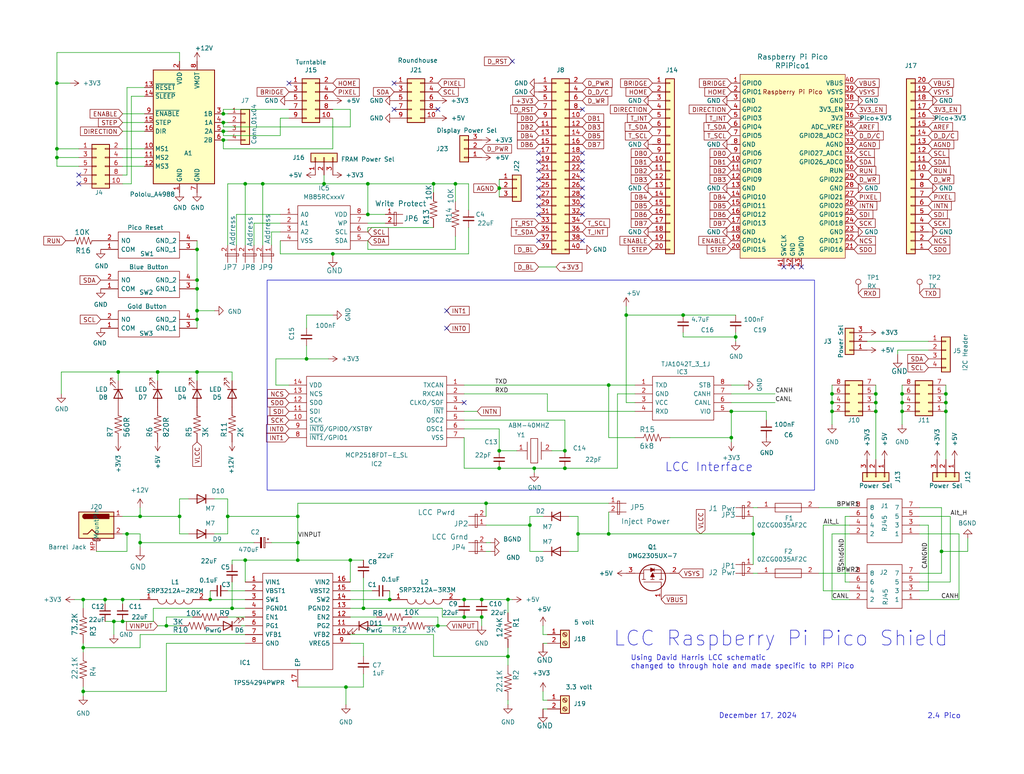
<source format=kicad_sch>
(kicad_sch (version 20231120) (generator "eeschema") (generator_version "8.0")
  (paper "User" 297.002 224.688)
  (junction (at 241.3 119.38))
  (junction (at 261.62 116.84))
  (junction (at 176.53 154.94))
  (junction (at 64.77 38.1))
  (junction (at 71.12 53.34))
  (junction (at 52.07 149.86))
  (junction (at 163.83 130.81))
  (junction (at 71.12 162.56))
  (junction (at 67.31 176.53))
  (junction (at 113.03 173.99))
  (junction (at 86.36 162.56))
  (junction (at 212.09 119.38))
  (junction (at 147.32 173.99))
  (junction (at 125.73 53.34))
  (junction (at 106.68 53.34))
  (junction (at 86.36 157.48))
  (junction (at 176.53 111.76))
  (junction (at 213.36 97.79))
  (junction (at 274.32 119.38))
  (junction (at 57.15 83.82))
  (junction (at 76.2 53.34))
  (junction (at 254 116.84))
  (junction (at 34.29 107.95))
  (junction (at 57.15 81.28))
  (junction (at 134.62 173.99))
  (junction (at 105.41 176.53))
  (junction (at 16.51 43.18))
  (junction (at 64.77 35.56))
  (junction (at 274.32 114.3))
  (junction (at 30.48 173.99))
  (junction (at 16.51 24.13))
  (junction (at 57.15 92.71))
  (junction (at 24.13 187.96))
  (junction (at 127 181.61))
  (junction (at 24.13 200.66))
  (junction (at 40.64 157.48))
  (junction (at 167.64 154.94))
  (junction (at 212.09 127))
  (junction (at 106.68 62.23))
  (junction (at 241.3 116.84))
  (junction (at 198.12 91.44))
  (junction (at 48.26 181.61))
  (junction (at 45.72 107.95))
  (junction (at 93.98 53.34))
  (junction (at 35.56 173.99))
  (junction (at 261.62 114.3))
  (junction (at 241.3 114.3))
  (junction (at 88.9 104.14))
  (junction (at 57.15 90.17))
  (junction (at 100.33 199.39))
  (junction (at 64.77 33.02))
  (junction (at 86.36 149.86))
  (junction (at 139.7 173.99))
  (junction (at 134.62 179.07))
  (junction (at 24.13 173.99))
  (junction (at 139.7 179.07))
  (junction (at 144.78 130.81))
  (junction (at 144.78 54.61))
  (junction (at 140.97 146.05))
  (junction (at 254 114.3))
  (junction (at 57.15 72.39))
  (junction (at 96.52 73.66))
  (junction (at 274.32 116.84))
  (junction (at 36.83 154.94))
  (junction (at 154.94 135.89))
  (junction (at 16.51 45.72))
  (junction (at 218.44 154.94))
  (junction (at 101.6 162.56))
  (junction (at 35.56 180.34))
  (junction (at 147.32 190.5))
  (junction (at 132.08 53.34))
  (junction (at 144.78 135.89))
  (junction (at 64.77 40.64))
  (junction (at 40.64 149.86))
  (junction (at 60.96 173.99))
  (junction (at 163.83 135.89))
  (junction (at 33.02 180.34))
  (junction (at 153.67 152.4))
  (junction (at 261.62 119.38))
  (junction (at 57.15 107.95))
  (junction (at 181.61 91.44))
  (junction (at 254 119.38))
  (junction (at 273.05 160.02))
  (junction (at 66.04 149.86))
  (no_connect (at 22.86 50.8))
  (no_connect (at 156.21 52.07))
  (no_connect (at 156.21 46.99))
  (no_connect (at 168.91 46.99))
  (no_connect (at 114.3 31.75))
  (no_connect (at 168.91 49.53))
  (no_connect (at 129.54 95.25))
  (no_connect (at 156.21 57.15))
  (no_connect (at 168.91 57.15))
  (no_connect (at 156.21 62.23))
  (no_connect (at 232.41 77.47))
  (no_connect (at 156.21 59.69))
  (no_connect (at 168.91 52.07))
  (no_connect (at 129.54 90.17))
  (no_connect (at 156.21 49.53))
  (no_connect (at 168.91 59.69))
  (no_connect (at 156.21 44.45))
  (no_connect (at 168.91 62.23))
  (no_connect (at 168.91 54.61))
  (no_connect (at 83.82 24.13))
  (no_connect (at 227.33 77.47))
  (no_connect (at 148.59 17.78))
  (no_connect (at 168.91 44.45))
  (no_connect (at 114.3 24.13))
  (no_connect (at 156.21 54.61))
  (no_connect (at 22.86 53.34))
  (no_connect (at 168.91 69.85))
  (no_connect (at 168.91 31.75))
  (no_connect (at 134.62 116.84))
  (no_connect (at 156.21 69.85))
  (no_connect (at 229.87 77.47))
  (no_connect (at 127 31.75))
  (wire (pts (xy 261.62 114.3) (xy 261.62 111.76)))
  (wire (pts (xy 16.51 24.13) (xy 16.51 43.18)))
  (wire (pts (xy 181.61 91.44) (xy 181.61 116.84)))
  (wire (pts (xy 60.96 171.45) (xy 60.96 173.99)))
  (wire (pts (xy 212.09 128.27) (xy 212.09 127)))
  (wire (pts (xy 106.68 62.23) (xy 111.76 62.23)))
  (wire (pts (xy 134.62 119.38) (xy 138.43 119.38)))
  (wire (pts (xy 179.07 135.89) (xy 163.83 135.89)))
  (wire (pts (xy 153.67 152.4) (xy 153.67 160.02)))
  (wire (pts (xy 40.64 149.86) (xy 40.64 147.32)))
  (wire (pts (xy 101.6 184.15) (xy 125.73 184.15)))
  (wire (pts (xy 69.85 181.61) (xy 71.12 181.61)))
  (wire (pts (xy 64.77 38.1) (xy 66.04 38.1)))
  (wire (pts (xy 147.32 173.99) (xy 148.59 173.99)))
  (wire (pts (xy 57.15 81.28) (xy 57.15 83.82)))
  (wire (pts (xy 163.83 121.92) (xy 163.83 130.81)))
  (wire (pts (xy 105.41 167.64) (xy 105.41 176.53)))
  (wire (pts (xy 36.83 25.4) (xy 36.83 50.8)))
  (wire (pts (xy 167.64 154.94) (xy 176.53 154.94)))
  (wire (pts (xy 35.56 175.26) (xy 35.56 173.99)))
  (wire (pts (xy 95.25 104.14) (xy 88.9 104.14)))
  (wire (pts (xy 125.73 53.34) (xy 125.73 55.88)))
  (wire (pts (xy 60.96 173.99) (xy 71.12 173.99)))
  (wire (pts (xy 218.44 154.94) (xy 218.44 163.83)))
  (wire (pts (xy 81.28 34.29) (xy 81.28 39.37)))
  (wire (pts (xy 66.04 144.78) (xy 62.23 144.78)))
  (wire (pts (xy 113.03 171.45) (xy 113.03 173.99)))
  (wire (pts (xy 184.15 119.38) (xy 158.75 119.38)))
  (wire (pts (xy 93.98 50.8) (xy 93.98 53.34)))
  (wire (pts (xy 88.9 91.44) (xy 88.9 95.25)))
  (wire (pts (xy 76.2 53.34) (xy 93.98 53.34)))
  (wire (pts (xy 134.62 173.99) (xy 139.7 173.99)))
  (wire (pts (xy 167.64 149.86) (xy 165.1 149.86)))
  (wire (pts (xy 125.73 53.34) (xy 132.08 53.34)))
  (wire (pts (xy 154.94 135.89) (xy 163.83 135.89)))
  (wire (pts (xy 125.73 184.15) (xy 125.73 190.5)))
  (wire (pts (xy 135.89 66.04) (xy 135.89 73.66)))
  (wire (pts (xy 57.15 83.82) (xy 57.15 90.17)))
  (wire (pts (xy 125.73 181.61) (xy 127 181.61)))
  (wire (pts (xy 241.3 173.99) (xy 246.38 173.99)))
  (wire (pts (xy 40.64 187.96) (xy 24.13 187.96)))
  (wire (pts (xy 106.68 53.34) (xy 125.73 53.34)))
  (wire (pts (xy 198.12 97.79) (xy 213.36 97.79)))
  (wire (pts (xy 238.76 152.4) (xy 246.38 152.4)))
  (wire (pts (xy 57.15 90.17) (xy 57.15 92.71)))
  (wire (pts (xy 184.15 127) (xy 176.53 127)))
  (wire (pts (xy 140.97 149.86) (xy 140.97 146.05)))
  (wire (pts (xy 101.6 171.45) (xy 107.95 171.45)))
  (wire (pts (xy 266.7 171.45) (xy 269.24 171.45)))
  (wire (pts (xy 88.9 104.14) (xy 80.01 104.14)))
  (wire (pts (xy 81.28 62.23) (xy 68.58 62.23)))
  (wire (pts (xy 245.11 168.91) (xy 246.38 168.91)))
  (wire (pts (xy 133.35 173.99) (xy 134.62 173.99)))
  (wire (pts (xy 147.32 173.99) (xy 147.32 177.8)))
  (wire (pts (xy 273.05 147.32) (xy 273.05 160.02)))
  (wire (pts (xy 93.98 53.34) (xy 106.68 53.34)))
  (wire (pts (xy 109.22 181.61) (xy 115.57 181.61)))
  (wire (pts (xy 34.29 107.95) (xy 45.72 107.95)))
  (wire (pts (xy 24.13 199.39) (xy 24.13 200.66)))
  (wire (pts (xy 16.51 15.24) (xy 52.07 15.24)))
  (wire (pts (xy 36.83 154.94) (xy 40.64 154.94)))
  (wire (pts (xy 176.53 154.94) (xy 218.44 154.94)))
  (wire (pts (xy 157.48 184.15) (xy 158.75 184.15)))
  (wire (pts (xy 139.7 179.07) (xy 139.7 181.61)))
  (wire (pts (xy 66.04 179.07) (xy 71.12 179.07)))
  (wire (pts (xy 24.13 186.69) (xy 24.13 187.96)))
  (wire (pts (xy 101.6 179.07) (xy 109.22 179.07)))
  (wire (pts (xy 33.02 180.34) (xy 33.02 184.15)))
  (wire (pts (xy 134.62 179.07) (xy 139.7 179.07)))
  (wire (pts (xy 179.07 114.3) (xy 179.07 135.89)))
  (wire (pts (xy 260.35 101.6) (xy 260.35 102.87)))
  (wire (pts (xy 274.32 119.38) (xy 274.32 133.35)))
  (wire (pts (xy 81.28 73.66) (xy 81.28 69.85)))
  (wire (pts (xy 86.36 162.56) (xy 101.6 162.56)))
  (wire (pts (xy 100.33 199.39) (xy 105.41 199.39)))
  (wire (pts (xy 66.04 144.78) (xy 66.04 149.86)))
  (wire (pts (xy 246.38 154.94) (xy 241.3 154.94)))
  (wire (pts (xy 273.05 160.02) (xy 280.67 160.02)))
  (wire (pts (xy 261.62 119.38) (xy 261.62 123.19)))
  (wire (pts (xy 67.31 162.56) (xy 67.31 163.83)))
  (wire (pts (xy 64.77 43.18) (xy 64.77 40.64)))
  (wire (pts (xy 78.74 67.31) (xy 78.74 71.12)))
  (wire (pts (xy 52.07 154.94) (xy 54.61 154.94)))
  (wire (pts (xy 144.78 54.61) (xy 144.78 52.07)))
  (wire (pts (xy 218.44 149.86) (xy 218.44 154.94)))
  (wire (pts (xy 86.36 157.48) (xy 86.36 162.56)))
  (wire (pts (xy 153.67 149.86) (xy 153.67 152.4)))
  (wire (pts (xy 52.07 15.24) (xy 52.07 17.78)))
  (wire (pts (xy 71.12 162.56) (xy 71.12 168.91)))
  (wire (pts (xy 81.28 64.77) (xy 73.66 64.77)))
  (wire (pts (xy 100.33 204.47) (xy 100.33 199.39)))
  (wire (pts (xy 24.13 200.66) (xy 24.13 201.93)))
  (wire (pts (xy 158.75 205.74) (xy 157.48 205.74)))
  (wire (pts (xy 181.61 116.84) (xy 184.15 116.84)))
  (wire (pts (xy 134.62 121.92) (xy 163.83 121.92)))
  (wire (pts (xy 105.41 195.58) (xy 105.41 199.39)))
  (wire (pts (xy 274.32 114.3) (xy 274.32 111.76)))
  (wire (pts (xy 16.51 43.18) (xy 16.51 45.72)))
  (wire (pts (xy 127 181.61) (xy 129.54 181.61)))
  (wire (pts (xy 198.12 91.44) (xy 213.36 91.44)))
  (wire (pts (xy 157.48 200.66) (xy 157.48 203.2)))
  (wire (pts (xy 86.36 149.86) (xy 86.36 157.48)))
  (wire (pts (xy 132.08 53.34) (xy 135.89 53.34)))
  (wire (pts (xy 96.52 31.75) (xy 101.6 31.75)))
  (wire (pts (xy 106.68 53.34) (xy 106.68 62.23)))
  (wire (pts (xy 30.48 175.26) (xy 30.48 173.99)))
  (wire (pts (xy 41.91 33.02) (xy 35.56 33.02)))
  (wire (pts (xy 274.32 119.38) (xy 274.32 116.84)))
  (wire (pts (xy 218.44 147.32) (xy 219.71 147.32)))
  (wire (pts (xy 266.7 168.91) (xy 275.59 168.91)))
  (wire (pts (xy 67.31 168.91) (xy 67.31 176.53)))
  (wire (pts (xy 134.62 111.76) (xy 176.53 111.76)))
  (wire (pts (xy 41.91 48.26) (xy 35.56 48.26)))
  (wire (pts (xy 96.52 34.29) (xy 96.52 43.18)))
  (wire (pts (xy 80.01 111.76) (xy 83.82 111.76)))
  (wire (pts (xy 134.62 114.3) (xy 158.75 114.3)))
  (wire (pts (xy 71.12 176.53) (xy 67.31 176.53)))
  (wire (pts (xy 135.89 60.96) (xy 135.89 53.34)))
  (wire (pts (xy 66.04 149.86) (xy 86.36 149.86)))
  (wire (pts (xy 96.52 43.18) (xy 64.77 43.18)))
  (wire (pts (xy 52.07 154.94) (xy 52.07 149.86)))
  (wire (pts (xy 106.68 69.85) (xy 106.68 72.39)))
  (wire (pts (xy 106.68 64.77) (xy 111.76 64.77)))
  (wire (pts (xy 127 179.07) (xy 127 181.61)))
  (wire (pts (xy 48.26 200.66) (xy 24.13 200.66)))
  (wire (pts (xy 57.15 69.85) (xy 57.15 72.39)))
  (wire (pts (xy 80.01 104.14) (xy 80.01 111.76)))
  (wire (pts (xy 269.24 152.4) (xy 266.7 152.4)))
  (wire (pts (xy 181.61 91.44) (xy 198.12 91.44)))
  (wire (pts (xy 96.52 73.66) (xy 81.28 73.66)))
  (wire (pts (xy 237.49 166.37) (xy 246.38 166.37)))
  (wire (pts (xy 30.48 180.34) (xy 33.02 180.34)))
  (wire (pts (xy 45.72 107.95) (xy 45.72 110.49)))
  (wire (pts (xy 52.07 144.78) (xy 54.61 144.78)))
  (wire (pts (xy 269.24 152.4) (xy 269.24 171.45)))
  (wire (pts (xy 241.3 119.38) (xy 241.3 123.19)))
  (wire (pts (xy 68.58 62.23) (xy 68.58 71.12)))
  (wire (pts (xy 35.56 38.1) (xy 41.91 38.1)))
  (wire (pts (xy 147.32 203.2) (xy 147.32 204.47)))
  (wire (pts (xy 132.08 72.39) (xy 132.08 68.58)))
  (wire (pts (xy 105.41 190.5) (xy 105.41 186.69)))
  (wire (pts (xy 34.29 107.95) (xy 34.29 110.49)))
  (wire (pts (xy 198.12 97.79) (xy 198.12 96.52)))
  (wire (pts (xy 22.86 45.72) (xy 16.51 45.72)))
  (wire (pts (xy 142.24 157.48) (xy 140.97 157.48)))
  (wire (pts (xy 241.3 116.84) (xy 241.3 114.3)))
  (wire (pts (xy 212.09 119.38) (xy 212.09 127)))
  (wire (pts (xy 246.38 149.86) (xy 245.11 149.86)))
  (wire (pts (xy 181.61 91.44) (xy 181.61 88.9)))
  (wire (pts (xy 254 119.38) (xy 254 133.35)))
  (wire (pts (xy 71.12 71.12) (xy 71.12 53.34)))
  (wire (pts (xy 35.56 45.72) (xy 41.91 45.72)))
  (wire (pts (xy 254 119.38) (xy 254 116.84)))
  (wire (pts (xy 275.59 149.86) (xy 275.59 168.91)))
  (wire (pts (xy 57.15 92.71) (xy 57.15 95.25)))
  (wire (pts (xy 254 114.3) (xy 254 111.76)))
  (wire (pts (xy 215.9 111.76) (xy 212.09 111.76)))
  (wire (pts (xy 71.12 162.56) (xy 86.36 162.56)))
  (wire (pts (xy 184.15 114.3) (xy 179.07 114.3)))
  (wire (pts (xy 128.27 176.53) (xy 128.27 179.07)))
  (wire (pts (xy 17.78 107.95) (xy 17.78 114.3)))
  (wire (pts (xy 16.51 15.24) (xy 16.51 24.13)))
  (wire (pts (xy 22.86 43.18) (xy 16.51 43.18)))
  (wire (pts (xy 266.7 173.99) (xy 278.13 173.99)))
  (wire (pts (xy 134.62 124.46) (xy 144.78 124.46)))
  (wire (pts (xy 40.64 154.94) (xy 40.64 157.48)))
  (wire (pts (xy 125.73 190.5) (xy 147.32 190.5)))
  (wire (pts (xy 157.48 203.2) (xy 158.75 203.2)))
  (wire (pts (xy 158.75 186.69) (xy 157.48 186.69)))
  (wire (pts (xy 176.53 148.59) (xy 176.53 154.94)))
  (wire (pts (xy 20.32 24.13) (xy 16.51 24.13)))
  (wire (pts (xy 160.02 130.81) (xy 163.83 130.81)))
  (wire (pts (xy 33.02 180.34) (xy 35.56 180.34)))
  (wire (pts (xy 64.77 35.56) (xy 66.04 35.56)))
  (wire (pts (xy 147.32 190.5) (xy 147.32 187.96)))
  (wire (pts (xy 132.08 58.42) (xy 132.08 53.34)))
  (wire (pts (xy 52.07 149.86) (xy 52.07 144.78)))
  (wire (pts (xy 96.52 91.44) (xy 88.9 91.44)))
  (wire (pts (xy 140.97 146.05) (xy 176.53 146.05)))
  (wire (pts (xy 64.77 33.02) (xy 66.04 33.02)))
  (wire (pts (xy 71.12 184.15) (xy 40.64 184.15)))
  (wire (pts (xy 24.13 173.99) (xy 30.48 173.99)))
  (wire (pts (xy 251.46 99.06) (xy 269.24 99.06)))
  (wire (pts (xy 167.64 160.02) (xy 165.1 160.02)))
  (wire (pts (xy 245.11 149.86) (xy 245.11 168.91)))
  (wire (pts (xy 280.67 160.02) (xy 280.67 156.21)))
  (wire (pts (xy 238.76 152.4) (xy 238.76 171.45)))
  (wire (pts (xy 106.68 66.04) (xy 125.73 66.04)))
  (wire (pts (xy 86.36 146.05) (xy 86.36 149.86)))
  (wire (pts (xy 16.51 45.72) (xy 16.51 48.26)))
  (wire (pts (xy 241.3 154.94) (xy 241.3 173.99)))
  (wire (pts (xy 274.32 114.3) (xy 274.32 116.84)))
  (wire (pts (xy 241.3 119.38) (xy 241.3 116.84)))
  (wire (pts (xy 261.62 119.38) (xy 261.62 116.84)))
  (wire (pts (xy 76.2 53.34) (xy 76.2 71.12)))
  (wire (pts (xy 66.04 71.12) (xy 66.04 53.34)))
  (wire (pts (xy 157.48 181.61) (xy 157.48 184.15)))
  (wire (pts (xy 78.74 157.48) (xy 86.36 157.48)))
  (wire (pts (xy 128.27 176.53) (xy 105.41 176.53)))
  (wire (pts (xy 269.24 101.6) (xy 260.35 101.6)))
  (wire (pts (xy 128.27 179.07) (xy 134.62 179.07)))
  (wire (pts (xy 218.44 166.37) (xy 219.71 166.37)))
  (wire (pts (xy 273.05 166.37) (xy 266.7 166.37)))
  (wire (pts (xy 44.45 180.34) (xy 44.45 176.53)))
  (wire (pts (xy 35.56 173.99) (xy 40.64 173.99)))
  (wire (pts (xy 35.56 149.86) (xy 40.64 149.86)))
  (wire (pts (xy 27.94 160.02) (xy 36.83 160.02)))
  (wire (pts (xy 167.64 154.94) (xy 167.64 160.02)))
  (wire (pts (xy 127 179.07) (xy 119.38 179.07)))
  (wire (pts (xy 134.62 127) (xy 134.62 135.89)))
  (wire (pts (xy 106.68 72.39) (xy 132.08 72.39)))
  (wire (pts (xy 40.64 149.86) (xy 52.07 149.86)))
  (wire (pts (xy 261.62 116.84) (xy 261.62 114.3)))
  (wire (pts (xy 66.04 171.45) (xy 71.12 171.45)))
  (wire (pts (xy 40.64 157.48) (xy 73.66 157.48)))
  (wire (pts (xy 38.1 27.94) (xy 38.1 53.34)))
  (wire (pts (xy 153.67 160.02) (xy 157.48 160.02)))
  (wire (pts (xy 64.77 36.83) (xy 101.6 36.83)))
  (wire (pts (xy 41.91 27.94) (xy 38.1 27.94)))
  (wire (pts (xy 35.56 154.94) (xy 36.83 154.94)))
  (wire (pts (xy 66.04 149.86) (xy 66.04 154.94)))
  (wire (pts (xy 36.83 160.02) (xy 36.83 154.94)))
  (wire (pts (xy 147.32 190.5) (xy 147.32 193.04)))
  (wire (pts (xy 140.97 152.4) (xy 153.67 152.4)))
  (wire (pts (xy 40.64 157.48) (xy 40.64 158.75)))
  (wire (pts (xy 194.31 127) (xy 212.09 127)))
  (wire (pts (xy 176.53 127) (xy 176.53 111.76)))
  (wire (pts (xy 106.68 67.31) (xy 106.68 66.04)))
  (wire (pts (xy 213.36 97.79) (xy 213.36 99.06)))
  (wire (pts (xy 81.28 39.37) (xy 64.77 39.37)))
  (wire (pts (xy 35.56 180.34) (xy 44.45 180.34)))
  (wire (pts (xy 134.62 135.89) (xy 144.78 135.89)))
  (wire (pts (xy 158.75 119.38) (xy 158.75 114.3)))
  (wire (pts (xy 48.26 186.69) (xy 71.12 186.69)))
  (wire (pts (xy 48.26 179.07) (xy 55.88 179.07)))
  (wire (pts (xy 62.23 90.17) (xy 57.15 90.17)))
  (wire (pts (xy 144.78 130.81) (xy 149.86 130.81)))
  (wire (pts (xy 67.31 162.56) (xy 71.12 162.56)))
  (wire (pts (xy 73.66 64.77) (xy 73.66 71.12)))
  (wire (pts (xy 22.86 48.26) (xy 16.51 48.26)))
  (wire (pts (xy 212.09 119.38) (xy 222.25 119.38)))
  (wire (pts (xy 44.45 176.53) (xy 67.31 176.53)))
  (wire (pts (xy 154.94 135.89) (xy 154.94 137.16)))
  (wire (pts (xy 86.36 146.05) (xy 140.97 146.05)))
  (wire (pts (xy 101.6 168.91) (xy 101.6 162.56)))
  (wire (pts (xy 101.6 162.56) (xy 105.41 162.56)))
  (wire (pts (xy 48.26 186.69) (xy 48.26 200.66)))
  (wire (pts (xy 64.77 36.83) (xy 64.77 35.56)))
  (wire (pts (xy 17.78 107.95) (xy 34.29 107.95)))
  (wire (pts (xy 254 114.3) (xy 254 116.84)))
  (wire (pts (xy 45.72 107.95) (xy 57.15 107.95)))
  (wire (pts (xy 64.77 31.75) (xy 83.82 31.75)))
  (wire (pts (xy 67.31 107.95) (xy 67.31 110.49)))
  (wire (pts (xy 161.29 77.47) (xy 156.21 77.47)))
  (wire (pts (xy 86.36 199.39) (xy 100.33 199.39)))
  (wire (pts (xy 278.13 154.94) (xy 266.7 154.94)))
  (wire (pts (xy 24.13 187.96) (xy 24.13 189.23)))
  (wire (pts (xy 266.7 147.32) (xy 273.05 147.32)))
  (wire (pts (xy 176.53 111.76) (xy 184.15 111.76)))
  (wire (pts (xy 36.83 50.8) (xy 35.56 50.8)))
  (wire (pts (xy 81.28 34.29) (xy 83.82 34.29)))
  (wire (pts (xy 139.7 173.99) (xy 147.32 173.99)))
  (wire (pts (xy 144.78 57.15) (xy 144.78 54.61)))
  (wire (pts (xy 222.25 119.38) (xy 222.25 121.92)))
  (wire (pts (xy 57.15 72.39) (xy 57.15 81.28)))
  (wire (pts (xy 41.91 35.56) (xy 35.56 35.56)))
  (wire (pts (xy 67.31 107.95) (xy 57.15 107.95)))
  (wire (pts (xy 167.64 149.86) (xy 167.64 154.94)))
  (wire (pts (xy 153.67 149.86) (xy 157.48 149.86)))
  (wire (pts (xy 48.26 181.61) (xy 52.07 181.61)))
  (wire (pts (xy 76.2 53.34) (xy 71.12 53.34)))
  (wire (pts (xy 142.24 160.02) (xy 140.97 160.02)))
  (wire (pts (xy 48.26 179.07) (xy 48.26 181.61)))
  (wire (pts (xy 144.78 135.89) (xy 154.94 135.89)))
  (wire (pts (xy 64.77 31.75) (xy 64.77 33.02)))
  (wire (pts (xy 88.9 100.33) (xy 88.9 104.14)))
  (wire (pts (xy 213.36 97.79) (xy 213.36 96.52)))
  (wire (pts (xy 40.64 184.15) (xy 40.64 187.96)))
  (wire (pts (xy 38.1 53.34) (xy 35.56 53.34)))
  (wire (pts (xy 24.13 173.99) (xy 24.13 176.53)))
  (wire (pts (xy 101.6 173.99) (xy 113.03 173.99)))
  (wire (pts (xy 278.13 154.94) (xy 278.13 173.99)))
  (wire (pts (xy 64.77 40.64) (xy 66.04 40.64)))
  (wire (pts (xy 237.49 147.32) (xy 246.38 147.32)))
  (wire (pts (xy 101.6 31.75) (xy 101.6 36.83)))
  (wire (pts (xy 45.72 181.61) (xy 48.26 181.61)))
  (wire (pts (xy 135.89 73.66) (xy 96.52 73.66)))
  (wire (pts (xy 66.04 154.94) (xy 62.23 154.94)))
  (wire (pts (xy 144.78 124.46) (xy 144.78 130.81)))
  (wire (pts (xy 41.91 25.4) (xy 36.83 25.4)))
  (wire (pts (xy 81.28 67.31) (xy 78.74 67.31)))
  (wire (pts (xy 64.77 39.37) (xy 64.77 38.1)))
  (wire (pts (xy 21.59 173.99) (xy 24.13 173.99)))
  (wire (pts (xy 101.6 186.69) (xy 105.41 186.69)))
  (wire (pts (xy 266.7 149.86) (xy 275.59 149.86)))
  (wire (pts (xy 212.09 116.84) (xy 224.79 116.84)))
  (wire (pts (xy 57.15 107.95) (xy 57.15 110.49)))
  (wire (pts (xy 105.41 176.53) (xy 101.6 176.53)))
  (wire (pts (xy 241.3 114.3) (xy 241.3 111.76)))
  (wire (pts (xy 246.38 171.45) (xy 238.76 171.45)))
  (wire (pts (xy 35.56 43.18) (xy 41.91 43.18)))
  (wire (pts (xy 212.09 114.3) (xy 224.79 114.3)))
  (wire (pts (xy 30.48 173.99) (xy 35.56 173.99)))
  (wire (pts (xy 71.12 53.34) (xy 66.04 53.34)))
  (wire (pts (xy 273.05 160.02) (xy 273.05 166.37)))
  (rectangle (start 77.47 81.28) (end 236.22 142.24))
  (text "LCC Raspberry Pi Pico Shield" (at 177.8 187.96 0) (effects (font (size 4.3 4.3)) (justify left bottom)))
  (text "LCC Interface" (at 192.786 137.16 0) (effects (font (size 2.5 2.5)) (justify left bottom)))
  (text "December 17, 2024" (at 208.4562 208.6966 0) (effects (font (size 1.5 1.5)) (justify left bottom)))
  (text "2.4 Pico" (at 268.926 208.7487 0) (effects (font (size 1.5 1.5)) (justify left bottom)))
  (text "Using David Harris LCC schematic\nchanged to through hole and made specific to RPi Pico" (at 182.88 194.31 0) (effects (font (size 1.4986 1.4986)) (justify left bottom)))
  (label "RXD" (at 143.51 114.3 0))
  (label "CANGND" (at 269.24 165.1 90))
  (label "CANL" (at 241.3 173.99 0))
  (label "TXD" (at 143.51 111.76 0))
  (label "CANH" (at 278.13 173.99 180))
  (label "BPWR1" (at 242.57 147.32 0))
  (label "Alt_H" (at 275.59 149.86 0))
  (label "ShldGND" (at 245.11 156.21 270))
  (label "VINPUT" (at 86.36 156.21 0))
  (label "CANL" (at 224.79 116.84 0))
  (label "BPWR2" (at 242.57 166.37 0))
  (label "CANH" (at 224.79 114.3 0))
  (label "Alt_L" (at 238.76 152.4 0))
  (global_label "HOME" (shape input) (at 189.23 26.67 180) (property "Intersheetrefs" "${INTERSHEET_REFS}" (effects (hide yes))))
  (global_label "DB6" (shape input) (at 212.09 62.23 180) (property "Intersheetrefs" "${INTERSHEET_REFS}" (effects (hide yes))))
  (global_label "3V3_EN" (shape input) (at 269.24 31.75 0) (property "Intersheetrefs" "${INTERSHEET_REFS}" (effects (hide yes))))
  (global_label "SDI" (shape input) (at 269.24 62.23 0) (property "Intersheetrefs" "${INTERSHEET_REFS}" (effects (hide yes))))
  (global_label "AREF" (shape input) (at 269.24 36.83 0) (property "Intersheetrefs" "${INTERSHEET_REFS}" (effects (hide yes))))
  (global_label "SCL" (shape input) (at 29.21 92.71 180) (property "Intersheetrefs" "${INTERSHEET_REFS}" (effects (hide yes))))
  (global_label "DB1" (shape input) (at 168.91 34.29 0) (property "Intersheetrefs" "${INTERSHEET_REFS}" (effects (hide yes))))
  (global_label "SDA" (shape input) (at 114.3 26.67 180) (property "Intersheetrefs" "${INTERSHEET_REFS}" (effects (hide yes))))
  (global_label "DB4" (shape input) (at 189.23 57.15 180) (property "Intersheetrefs" "${INTERSHEET_REFS}" (effects (hide yes))))
  (global_label "DB0" (shape input) (at 156.21 34.29 180) (property "Intersheetrefs" "${INTERSHEET_REFS}" (effects (hide yes))))
  (global_label "INT0" (shape input) (at 83.82 124.46 180) (property "Intersheetrefs" "${INTERSHEET_REFS}" (effects (hide yes))))
  (global_label "NCS" (shape input) (at 83.82 114.3 180) (property "Intersheetrefs" "${INTERSHEET_REFS}" (effects (hide yes))))
  (global_label "T_INT" (shape input) (at 212.09 34.29 180) (property "Intersheetrefs" "${INTERSHEET_REFS}" (effects (hide yes))))
  (global_label "NCS" (shape input) (at 247.65 69.85 0) (property "Intersheetrefs" "${INTERSHEET_REFS}" (effects (hide yes))))
  (global_label "DB0" (shape input) (at 189.23 44.45 180) (property "Intersheetrefs" "${INTERSHEET_REFS}" (effects (hide yes))))
  (global_label "SCL" (shape input) (at 269.24 106.68 180) (property "Intersheetrefs" "${INTERSHEET_REFS}" (effects (hide yes))))
  (global_label "DIRECTION" (shape input) (at 189.23 31.75 180) (property "Intersheetrefs" "${INTERSHEET_REFS}" (effects (hide yes))))
  (global_label "SCL" (shape input) (at 269.24 44.45 0) (property "Intersheetrefs" "${INTERSHEET_REFS}" (effects (hide yes))))
  (global_label "SDA" (shape input) (at 247.65 46.99 0) (property "Intersheetrefs" "${INTERSHEET_REFS}" (effects (hide yes))))
  (global_label "DB5" (shape input) (at 168.91 39.37 0) (property "Intersheetrefs" "${INTERSHEET_REFS}" (effects (hide yes))))
  (global_label "D_PWR" (shape input) (at 168.91 24.13 0) (property "Intersheetrefs" "${INTERSHEET_REFS}" (effects (hide yes))))
  (global_label "D_PWR" (shape input) (at 139.7 43.18 0) (property "Intersheetrefs" "${INTERSHEET_REFS}" (effects (hide yes))))
  (global_label "BRIDGE" (shape input) (at 212.09 24.13 180) (property "Intersheetrefs" "${INTERSHEET_REFS}" (effects (hide yes))))
  (global_label "DB6" (shape input) (at 189.23 62.23 180) (property "Intersheetrefs" "${INTERSHEET_REFS}" (effects (hide yes))))
  (global_label "DB0" (shape input) (at 212.09 44.45 180) (property "Intersheetrefs" "${INTERSHEET_REFS}" (effects (hide yes))))
  (global_label "T_SCL" (shape input) (at 168.91 64.77 0) (property "Intersheetrefs" "${INTERSHEET_REFS}" (effects (hide yes))))
  (global_label "DB3" (shape input) (at 168.91 36.83 0) (property "Intersheetrefs" "${INTERSHEET_REFS}" (effects (hide yes))))
  (global_label "VBUS" (shape input) (at 191.77 173.99 0) (property "Intersheetrefs" "${INTERSHEET_REFS}" (effects (hide yes))))
  (global_label "D_RST" (shape input) (at 148.59 17.78 180) (property "Intersheetrefs" "${INTERSHEET_REFS}" (effects (hide yes))))
  (global_label "VINPUT" (shape input) (at 45.72 181.61 180) (property "Intersheetrefs" "${INTERSHEET_REFS}" (effects (hide yes))))
  (global_label "D_D{slash}C" (shape input) (at 168.91 26.67 0) (property "Intersheetrefs" "${INTERSHEET_REFS}" (effects (hide yes))))
  (global_label "SCK" (shape input) (at 247.65 64.77 0) (property "Intersheetrefs" "${INTERSHEET_REFS}" (effects (hide yes))))
  (global_label "T_SDA" (shape input) (at 189.23 36.83 180) (property "Intersheetrefs" "${INTERSHEET_REFS}" (effects (hide yes))))
  (global_label "STEP" (shape input) (at 212.09 72.39 180) (property "Intersheetrefs" "${INTERSHEET_REFS}" (effects (hide yes))))
  (global_label "BRIDGE" (shape input) (at 189.23 24.13 180) (property "Intersheetrefs" "${INTERSHEET_REFS}" (effects (hide yes))))
  (global_label "D_BL" (shape input) (at 156.21 77.47 180) (property "Intersheetrefs" "${INTERSHEET_REFS}" (effects (hide yes))))
  (global_label "SCL" (shape input) (at 127 26.67 0) (property "Intersheetrefs" "${INTERSHEET_REFS}" (effects (hide yes))))
  (global_label "DB4" (shape input) (at 212.09 57.15 180) (property "Intersheetrefs" "${INTERSHEET_REFS}" (effects (hide yes))))
  (global_label "BRIDGE" (shape input) (at 83.82 26.67 180) (property "Intersheetrefs" "${INTERSHEET_REFS}" (effects (hide yes))))
  (global_label "T_SCL" (shape input) (at 189.23 39.37 180) (property "Intersheetrefs" "${INTERSHEET_REFS}" (effects (hide yes))))
  (global_label "SDO" (shape input) (at 247.65 72.39 0) (property "Intersheetrefs" "${INTERSHEET_REFS}" (effects (hide yes))))
  (global_label "VBUS" (shape input) (at 247.65 24.13 0) (property "Intersheetrefs" "${INTERSHEET_REFS}" (effects (hide yes))))
  (global_label "AREF" (shape input) (at 247.65 36.83 0) (property "Intersheetrefs" "${INTERSHEET_REFS}" (effects (hide yes))))
  (global_label "INTN" (shape input) (at 247.65 59.69 0) (property "Intersheetrefs" "${INTERSHEET_REFS}" (effects (hide yes))))
  (global_label "DB7" (shape input) (at 212.09 64.77 180) (property "Intersheetrefs" "${INTERSHEET_REFS}" (effects (hide yes))))
  (global_label "VINPUT" (shape input) (at 129.54 181.61 0) (property "Intersheetrefs" "${INTERSHEET_REFS}" (effects (hide yes))))
  (global_label "+3V3" (shape input) (at 161.29 77.47 0) (property "Intersheetrefs" "${INTERSHEET_REFS}" (effects (hide yes))))
  (global_label "T_RST" (shape input) (at 156.21 64.77 180) (property "Intersheetrefs" "${INTERSHEET_REFS}" (effects (hide yes))))
  (global_label "AGND" (shape input) (at 269.24 41.91 0) (property "Intersheetrefs" "${INTERSHEET_REFS}" (effects (hide yes))))
  (global_label "D_BL" (shape input) (at 156.21 72.39 180) (property "Intersheetrefs" "${INTERSHEET_REFS}" (effects (hide yes))))
  (global_label "HOME" (shape input) (at 96.52 24.13 0) (property "Intersheetrefs" "${INTERSHEET_REFS}" (effects (hide yes))))
  (global_label "INTN" (shape input) (at 138.43 119.38 0) (property "Intersheetrefs" "${INTERSHEET_REFS}" (effects (hide yes))))
  (global_label "VLCC" (shape input) (at 203.2 154.94 90) (property "Intersheetrefs" "${INTERSHEET_REFS}" (effects (hide yes))))
  (global_label "ENABLE" (shape input) (at 35.56 33.02 180) (property "Intersheetrefs" "${INTERSHEET_REFS}" (effects (hide yes))))
  (global_label "VBUS" (shape input) (at 269.24 24.13 0) (property "Intersheetrefs" "${INTERSHEET_REFS}" (effects (hide yes))))
  (global_label "SDI" (shape input) (at 83.82 119.38 180) (property "Intersheetrefs" "${INTERSHEET_REFS}" (effects (hide yes))))
  (global_label "VSYS" (shape input) (at 196.85 166.37 0) (property "Intersheetrefs" "${INTERSHEET_REFS}" (effects (hide yes))))
  (global_label "DIRECTION" (shape input) (at 212.09 31.75 180) (property "Intersheetrefs" "${INTERSHEET_REFS}" (effects (hide yes))))
  (global_label "DB3" (shape input) (at 212.09 52.07 180) (property "Intersheetrefs" "${INTERSHEET_REFS}" (effects (hide yes))))
  (global_label "STEP" (shape input) (at 189.23 72.39 180) (property "Intersheetrefs" "${INTERSHEET_REFS}" (effects (hide yes))))
  (global_label "T_INT" (shape input) (at 189.23 34.29 180) (property "Intersheetrefs" "${INTERSHEET_REFS}" (effects (hide yes))))
  (global_label "VLCC" (shape input) (at 57.15 128.27 270) (property "Intersheetrefs" "${INTERSHEET_REFS}" (effects (hide yes))))
  (global_label "D_WR" (shape input) (at 247.65 52.07 0) (property "Intersheetrefs" "${INTERSHEET_REFS}" (effects (hide yes))))
  (global_label "RUN" (shape input) (at 19.05 69.85 180) (property "Intersheetrefs" "${INTERSHEET_REFS}" (effects (hide yes))))
  (global_label "PIXEL" (shape input) (at 269.24 57.15 0) (property "Intersheetrefs" "${INTERSHEET_REFS}" (effects (hide yes))))
  (global_label "DB5" (shape input) (at 212.09 59.69 180) (property "Intersheetrefs" "${INTERSHEET_REFS}" (effects (hide yes))))
  (global_label "VSYS" (shape input) (at 247.65 26.67 0) (property "Intersheetrefs" "${INTERSHEET_REFS}" (effects (hide yes))))
  (global_label "INT1" (shape input) (at 83.82 127 180) (property "Intersheetrefs" "${INTERSHEET_REFS}" (effects (hide yes))))
  (global_label "DB7" (shape input) (at 168.91 41.91 0) (property "Intersheetrefs" "${INTERSHEET_REFS}" (effects (hide yes))))
  (global_label "SDO" (shape input) (at 269.24 72.39 0) (property "Intersheetrefs" "${INTERSHEET_REFS}" (effects (hide yes))))
  (global_label "SDI" (shape input) (at 247.65 62.23 0) (property "Intersheetrefs" "${INTERSHEET_REFS}" (effects (hide yes))))
  (global_label "D_WR" (shape input) (at 168.91 29.21 0) (property "Intersheetrefs" "${INTERSHEET_REFS}" (effects (hide yes))))
  (global_label "INT1" (shape input) (at 129.54 90.17 0) (property "Intersheetrefs" "${INTERSHEET_REFS}" (effects (hide yes))))
  (global_label "PIXEL" (shape input) (at 96.52 26.67 0) (property "Intersheetrefs" "${INTERSHEET_REFS}" (effects (hide yes))))
  (global_label "DB1" (shape input) (at 189.23 46.99 180) (property "Intersheetrefs" "${INTERSHEET_REFS}" (effects (hide yes))))
  (global_label "+3V3" (shape input) (at 156.21 29.21 180) (property "Intersheetrefs" "${INTERSHEET_REFS}" (effects (hide yes))))
  (global_label "RUN" (shape input) (at 269.24 49.53 0) (property "Intersheetrefs" "${INTERSHEET_REFS}" (effects (hide yes))))
  (global_label "STEP" (shape input) (at 35.56 35.56 180) (property "Intersheetrefs" "${INTERSHEET_REFS}" (effects (hide yes))))
  (global_label "INT0" (shape input) (at 129.54 95.25 0) (property "Intersheetrefs" "${INTERSHEET_REFS}" (effects (hide yes))))
  (global_label "3V3_EN" (shape input) (at 247.65 31.75 0) (property "Intersheetrefs" "${INTERSHEET_REFS}" (effects (hide yes))))
  (global_label "DB2" (shape input) (at 189.23 49.53 180) (property "Intersheetrefs" "${INTERSHEET_REFS}" (effects (hide yes))))
  (global_label "T_SCL" (shape input) (at 212.09 39.37 180) (property "Intersheetrefs" "${INTERSHEET_REFS}" (effects (hide yes))))
  (global_label "D_D{slash}C" (shape input) (at 269.24 39.37 0) (property "Intersheetrefs" "${INTERSHEET_REFS}" (effects (hide yes))))
  (global_label "PIXEL" (shape input) (at 127 24.13 0) (property "Intersheetrefs" "${INTERSHEET_REFS}" (effects (hide yes))))
  (global_label "SDA" (shape input) (at 106.68 69.85 0) (property "Intersheetrefs" "${INTERSHEET_REFS}" (effects (hide yes))))
  (global_label "DB3" (shape input) (at 189.23 52.07 180) (property "Intersheetrefs" "${INTERSHEET_REFS}" (effects (hide yes))))
  (global_label "D_D{slash}C" (shape input) (at 247.65 39.37 0) (property "Intersheetrefs" "${INTERSHEET_REFS}" (effects (hide yes))))
  (global_label "D_RST" (shape input) (at 156.21 31.75 180) (property "Intersheetrefs" "${INTERSHEET_REFS}" (effects (hide yes))))
  (global_label "SDA" (shape input) (at 269.24 46.99 0) (property "Intersheetrefs" "${INTERSHEET_REFS}" (effects (hide yes))))
  (global_label "SCK" (shape input) (at 269.24 64.77 0) (property "Intersheetrefs" "${INTERSHEET_REFS}" (effects (hide yes))))
  (global_label "INTN" (shape input) (at 269.24 59.69 0) (property "Intersheetrefs" "${INTERSHEET_REFS}" (effects (hide yes))))
  (global_label "TXD" (shape input) (at 266.7 85.09 0) (property "Intersheetrefs" "${INTERSHEET_REFS}" (effects (hide yes))))
  (global_label "HOME" (shape input) (at 212.09 26.67 180) (property "Intersheetrefs" "${INTERSHEET_REFS}" (effects (hide yes))))
  (global_label "DB4" (shape input) (at 156.21 39.37 180) (property "Intersheetrefs" "${INTERSHEET_REFS}" (effects (hide yes))))
  (global_label "D_WR" (shape input) (at 269.24 52.07 0) (property "Intersheetrefs" "${INTERSHEET_REFS}" (effects (hide yes))))
  (global_label "NCS" (shape input) (at 269.24 69.85 0) (property "Intersheetrefs" "${INTERSHEET_REFS}" (effects (hide yes))))
  (global_label "SDA" (shape input) (at 29.21 81.28 180) (property "Intersheetrefs" "${INTERSHEET_REFS}" (effects (hide yes))))
  (global_label "SDO" (shape input) (at 83.82 116.84 180) (property "Intersheetrefs" "${INTERSHEET_REFS}" (effects (hide yes))))
  (global_label "T_INT" (shape input) (at 168.91 67.31 0) (property "Intersheetrefs" "${INTERSHEET_REFS}" (effects (hide yes))))
  (global_label "DB2" (shape input) (at 212.09 49.53 180) (property "Intersheetrefs" "${INTERSHEET_REFS}" (effects (hide yes))))
  (global_label "RUN" (shape input) (at 247.65 49.53 0) (property "Intersheetrefs" "${INTERSHEET_REFS}" (effects (hide yes))))
  (global_label "T_SDA" (shape input) (at 212.09 36.83 180) (property "Intersheetrefs" "${INTERSHEET_REFS}" (effects (hide yes))))
  (global_label "DB6" (shape input) (at 156.21 41.91 180) (property "Intersheetrefs" "${INTERSHEET_REFS}" (effects (hide yes))))
  (global_label "DB5" (shape input) (at 189.23 59.69 180) (property "Intersheetrefs" "${INTERSHEET_REFS}" (effects (hide yes))))
  (global_label "PIXEL" (shape input) (at 247.65 57.15 0) (property "Intersheetrefs" "${INTERSHEET_REFS}" (effects (hide yes))))
  (global_label "SDA" (shape input) (at 269.24 104.14 180) (property "Intersheetrefs" "${INTERSHEET_REFS}" (effects (hide yes))))
  (global_label "SCL" (shape input) (at 247.65 44.45 0) (property "Intersheetrefs" "${INTERSHEET_REFS}" (effects (hide yes))))
  (global_label "SCL" (shape input) (at 106.68 67.31 0) (property "Intersheetrefs" "${INTERSHEET_REFS}" (effects (hide yes))))
  (global_label "DIRECTION" (shape input) (at 35.56 38.1 180) (property "Intersheetrefs" "${INTERSHEET_REFS}" (effects (hide yes))))
  (global_label "DB2" (shape input) (at 156.21 36.83 180) (property "Intersheetrefs" "${INTERSHEET_REFS}" (effects (hide yes))))
  (global_label "ENABLE" (shape input) (at 189.23 69.85 180) (property "Intersheetrefs" "${INTERSHEET_REFS}" (effects (hide yes))))
  (global_label "DB1" (shape input) (at 212.09 46.99 180) (property "Intersheetrefs" "${INTERSHEET_REFS}" (effects (hide yes))))
  (global_label "AGND" (shape input) (at 144.78 54.61 180) (property "Intersheetrefs" "${INTERSHEET_REFS}" (effects (hide yes))))
  (global_label "T_SDA" (shape input) (at 156.21 67.31 180) (property "Intersheetrefs" "${INTERSHEET_REFS}" (effects (hide yes))))
  (global_label "VSYS" (shape input) (at 269.24 26.67 0) (property "Intersheetrefs" "${INTERSHEET_REFS}" (effects (hide yes))))
  (global_label "SCK" (shape input) (at 83.82 121.92 180) (property "Intersheetrefs" "${INTERSHEET_REFS}" (effects (hide yes))))
  (global_label "DB7" (shape input) (at 189.23 64.77 180) (property "Intersheetrefs" "${INTERSHEET_REFS}" (effects (hide yes))))
  (global_label "AGND" (shape input) (at 247.65 41.91 0) (property "Intersheetrefs" "${INTERSHEET_REFS}" (effects (hide yes))))
  (global_label "RXD" (shape input) (at 248.92 85.09 0) (property "Intersheetrefs" "${INTERSHEET_REFS}" (effects (hide yes))))
  (global_label "ENABLE" (shape input) (at 212.09 69.85 180) (property "Intersheetrefs" "${INTERSHEET_REFS}" (effects (hide yes))))
  (symbol (lib_id "Connector_Generic:Conn_01x20") (at 264.16 49.53 180) (unit 1)
    (property "Reference" "J17" (at 264.16 19.05 0))
    (property "Value" "Conn_01x20" (effects (hide yes)))
    (property "Footprint" "Connector_PinHeader_2.54mm:PinHeader_1x20_P2.54mm_Vertical" (effects (hide yes)))
  )
  (symbol (lib_id "Device:LED") (at 67.31 114.3 270) (unit 1)
    (property "Reference" "D5" (at 64.3128 115.2906 90) (effects (justify right)))
    (property "Value" "LED" (at 64.3128 112.9792 90) (effects (justify right)))
    (property "Footprint" "LED_SMD:LED_1206_3216Metric_Pad1.42x1.75mm_HandSolder" (effects (hide yes)))
  )
  (symbol (lib_id "Driver_Motor:Pololu_Breakout_A4988") (at 52.07 35.56 0) (unit 1)
    (property "Reference" "A1" (at 54.61 44.45 0))
    (property "Value" "Pololu_A4988" (at 44.196 56.388 0))
    (property "Footprint" "Module:Pololu_Breakout-16_15.2x20.3mm" (effects (hide yes)))
    (property "Datasheet" "https://www.pololu.com/product/2980/pictures" (effects (hide yes)))
  )
  (symbol (lib_id "Connector_Generic:Conn_01x04") (at 71.12 35.56 0) (unit 1)
    (property "Reference" "J7" (at 69.85 29.21 0) (effects (justify left)))
    (property "Value" "Conn_01x04" (at 73.66 41.91 90) (effects (justify left)))
    (property "Footprint" "Connector_PinSocket_2.54mm:PinSocket_1x04_P2.54mm_Vertical" (effects (hide yes)))
  )
  (symbol (lib_id "LocoShield-eagle-import:GND") (at 157.48 189.23 0) (unit 1)
    (property "Reference" "#V08" (effects (hide yes)))
    (property "Value" "GND" (at 155.575 192.405 0) (effects (font (size 1.4986 1.4986)) (justify left bottom)))
  )
  (symbol (lib_id "Connector:Barrel_Jack_MountingPin") (at 27.94 152.4 0) (unit 1)
    (property "Reference" "J20" (at 27.94 147.066 0))
    (property "Value" "Barrel Jack" (at 13.97 158.75 0) (effects (justify left)))
    (property "Footprint" "Connector_BarrelJack:BarrelJack_Horizontal" (effects (hide yes)))
  )
  (symbol (lib_id "Connector:Screw_Terminal_01x02") (at 163.83 184.15 0) (unit 1)
    (property "Reference" "J18" (at 168.148 185.42 0))
    (property "Value" "5 volt" (at 169.418 180.594 0))
    (property "Footprint" "TerminalBlock_TE-Connectivity:TerminalBlock_TE_282834-2_1x02_P2.54mm_Horizontal" (effects (hide yes)))
  )
  (symbol (lib_id "power:GND") (at 52.07 55.88 0) (unit 1)
    (property "Reference" "#PWR04" (effects (hide yes)))
    (property "Value" "GND" (at 52.197 60.2742 0))
  )
  (symbol (lib_id "power:GND") (at 57.15 55.88 0) (unit 1)
    (property "Reference" "#PWR06" (effects (hide yes)))
    (property "Value" "GND" (at 57.277 60.2742 0))
  )
  (symbol (lib_id "Connector_Generic:Conn_02x05_Odd_Even") (at 27.94 48.26 0) (unit 1)
    (property "Reference" "J4" (at 28.702 55.88 0))
    (property "Value" "Conn_02x05_Odd_Even" (effects (hide yes)))
    (property "Footprint" "Connector_PinHeader_2.54mm:PinHeader_2x05_P2.54mm_Vertical" (effects (hide yes)))
  )
  (symbol (lib_id "Connector_Generic:Conn_01x04") (at 274.32 101.6 0) (unit 1)
    (property "Reference" "J5" (at 276.352 101.8032 0) (effects (justify left)))
    (property "Value" "I2C Header" (at 279.908 107.696 90) (effects (justify left)))
    (property "Footprint" "Connector_PinSocket_2.54mm:PinSocket_1x04_P2.54mm_Vertical" (effects (hide yes)))
  )
  (symbol (lib_id "LocoShield-eagle-import:GND") (at 260.35 105.41 0) (unit 1)
    (property "Reference" "#V02" (effects (hide yes)))
    (property "Value" "GND" (at 258.445 108.585 0) (effects (font (size 1.4986 1.4986)) (justify left bottom)))
  )
  (symbol (lib_id "LocoShield-eagle-import:GND") (at 40.64 161.29 0) (unit 1)
    (property "Reference" "#V010" (effects (hide yes)))
    (property "Value" "GND" (at 37.592 165.354 0) (effects (font (size 1.4986 1.4986)) (justify left bottom)))
  )
  (symbol (lib_id "LocoShield-eagle-import:R0603-RES") (at 67.31 123.19 90) (unit 1)
    (property "Reference" "R11" (at 65.8114 127 0) (effects (font (size 1.4986 1.4986)) (justify left bottom)))
    (property "Value" "2K" (at 70.612 127 0) (effects (font (size 1.4986 1.4986)) (justify left bottom)))
    (property "Footprint" "Resistor_SMD:R_1206_3216Metric_Pad1.30x1.75mm_HandSolder" (effects (hide yes)))
  )
  (symbol (lib_id "LocoShield-eagle-import:R0603-RES") (at 189.23 127 0) (unit 1)
    (property "Reference" "R15" (at 185.42 125.5014 0) (effects (font (size 1.4986 1.4986)) (justify left bottom)))
    (property "Value" "6k8" (at 185.42 130.302 0) (effects (font (size 1.4986 1.4986)) (justify left bottom)))
    (property "Footprint" "Resistor_SMD:R_1206_3216Metric_Pad1.30x1.75mm_HandSolder" (effects (hide yes)))
  )
  (symbol (lib_id "Device:LED") (at 66.04 181.61 180) (unit 1)
    (property "Reference" "D6" (at 68.072 182.88 0) (effects (justify right)))
    (property "Value" "PwrG" (at 59.436 182.88 0) (effects (justify right)))
    (property "Footprint" "LED_SMD:LED_1206_3216Metric_Pad1.42x1.75mm_HandSolder" (effects (hide yes)))
  )
  (symbol (lib_id "Device:C_Small") (at 213.36 93.98 0) (unit 1)
    (property "Reference" "C19" (at 218.44 95.758 0) (effects (justify left)))
    (property "Value" "100nF" (at 215.646 92.71 0) (effects (justify left)))
    (property "Footprint" "Capacitor_SMD:C_1206_3216Metric_Pad1.33x1.80mm_HandSolder" (effects (hide yes)))
    (property "Description" "Unpolarized capacitor, small symbol" (effects (hide yes)))
  )
  (symbol (lib_id "LocoShield-eagle-import:GND") (at 96.52 76.2 0) (unit 1)
    (property "Reference" "#V01" (effects (hide yes)))
    (property "Value" "GND" (at 94.615 79.375 0) (effects (font (size 1.4986 1.4986)) (justify left bottom)))
  )
  (symbol (lib_id "SamacSys_Parts:TS11-674-43-BK-160-RA-D") (at 29.21 92.71 0) (unit 1)
    (property "Reference" "SW3" (at 42.418 96.774 0))
    (property "Value" "Gold Button" (at 42.672 88.9 0))
    (property "Footprint" "SamacSys_Parts:TS1167443BK160RAD" (effects (hide yes)))
    (property "Datasheet" "https://www.cuidevices.com/product/resource/ts11.pdf" (effects (hide yes)))
    (property "Description" "Tactile Switches 6 x 7.4 mm 4.3 mm 160 gf Black Right Angle Through Hole SPST" (effects (hide yes)))
    (property "Description_1" "Tactile Switches 6 x 7.4 mm 4.3 mm 160 gf Black Right Angle Through Hole SPST" (effects (hide yes)))
    (property "Height" "7.2" (effects (hide yes)))
    (property "Mouser Part Number" "179-TS1167443160RAD" (effects (hide yes)))
    (property "Mouser Price/Stock" "https://www.mouser.co.uk/ProductDetail/CUI-Devices/TS11-674-43-BK-160-RA-D?qs=t7xnP681wgWByCxRdrd%2FXg%3D%3D" (effects (hide yes)))
    (property "Manufacturer_Name" "Same Sky" (effects (hide yes)))
    (property "Manufacturer_Part_Number" "TS11-674-43-BK-160-RA-D" (effects (hide yes)))
  )
  (symbol (lib_id "power:+3V3") (at 271.78 133.35 0) (mirror y) (unit 1)
    (property "Reference" "#PWR018" (effects (hide yes)))
    (property "Value" "+3V3" (at 271.78 127 90))
  )
  (symbol (lib_id "power:GND") (at 83.82 29.21 270) (mirror x) (unit 1)
    (property "Reference" "#PWR046" (effects (hide yes)))
    (property "Value" "GND" (at 78.74 29.21 90))
  )
  (symbol (lib_id "power:GND") (at 212.09 41.91 270) (mirror x) (unit 1)
    (property "Reference" "#PWR028" (effects (hide yes)))
    (property "Value" "GND" (at 207.01 41.91 90))
  )
  (symbol (lib_id "power:GND") (at 247.65 29.21 90) (mirror x) (unit 1)
    (property "Reference" "#PWR032" (effects (hide yes)))
    (property "Value" "GND" (at 252.73 29.21 90))
  )
  (symbol (lib_id "Device:C_Small") (at 198.12 93.98 0) (unit 1)
    (property "Reference" "C16" (at 203.2 95.758 0) (effects (justify left)))
    (property "Value" "4.7uF" (at 200.406 92.71 0) (effects (justify left)))
    (property "Footprint" "Capacitor_SMD:C_1206_3216Metric_Pad1.33x1.80mm_HandSolder" (effects (hide yes)))
    (property "Description" "Unpolarized capacitor, small symbol" (effects (hide yes)))
  )
  (symbol (lib_id "power:+12V") (at 40.64 147.32 0) (unit 1)
    (property "Reference" "#PWR060" (effects (hide yes)))
    (property "Value" "+12V" (at 37.846 142.24 0) (effects (justify left)))
  )
  (symbol (lib_id "power:+3V3") (at 20.32 24.13 270) (mirror x) (unit 1)
    (property "Reference" "#PWR03" (effects (hide yes)))
    (property "Value" "+3V3" (at 26.67 24.13 90))
  )
  (symbol (lib_id "SamacSys_Parts:SRP3212A-3R3M") (at 40.64 173.99 0) (unit 1)
    (property "Reference" "L1" (at 50.8 168.91 0))
    (property "Value" "SRP3212A-2R2M" (at 50.8 171.45 0))
    (property "Footprint" "SamacSys_Parts:INDC3225X120N" (effects (hide yes)))
    (property "Datasheet" "https://www.bourns.com/docs/product-datasheets/srp3212.pdf" (effects (hide yes)))
    (property "Description" "Ind,3.2x2.5x1mm,3.3uH+/-20%,3.1A,shd" (effects (hide yes)))
    (property "Description_1" "Ind,3.2x2.5x1mm,3.3uH+/-20%,3.1A,shd" (effects (hide yes)))
    (property "Height" "1.2" (effects (hide yes)))
    (property "Mouser Part Number" "652-SRP3212A-3R3M" (effects (hide yes)))
    (property "Mouser Price/Stock" "https://www.mouser.co.uk/ProductDetail/Bourns/SRP3212A-3R3M?qs=t7xnP681wgXp9Q%252BFP%252BQamQ%3D%3D" (effects (hide yes)))
    (property "Manufacturer_Name" "Bourns" (effects (hide yes)))
    (property "Manufacturer_Part_Number" "SRP3212A-3R3M" (effects (hide yes)))
  )
  (symbol (lib_id "power:GND") (at 189.23 29.21 270) (mirror x) (unit 1)
    (property "Reference" "#PWR021" (effects (hide yes)))
    (property "Value" "GND" (at 184.15 29.21 90))
  )
  (symbol (lib_id "SamacSys_Parts:TS11-674-43-BK-160-RA-D") (at 29.21 81.28 0) (unit 1)
    (property "Reference" "SW2" (at 42.418 84.836 0))
    (property "Value" "Blue Button" (at 43.18 77.47 0))
    (property "Footprint" "SamacSys_Parts:TS1167443BK160RAD" (effects (hide yes)))
    (property "Datasheet" "https://www.cuidevices.com/product/resource/ts11.pdf" (effects (hide yes)))
    (property "Description" "Tactile Switches 6 x 7.4 mm 4.3 mm 160 gf Black Right Angle Through Hole SPST" (effects (hide yes)))
    (property "Description_1" "Tactile Switches 6 x 7.4 mm 4.3 mm 160 gf Black Right Angle Through Hole SPST" (effects (hide yes)))
    (property "Height" "7.2" (effects (hide yes)))
    (property "Mouser Part Number" "179-TS1167443160RAD" (effects (hide yes)))
    (property "Mouser Price/Stock" "https://www.mouser.co.uk/ProductDetail/CUI-Devices/TS11-674-43-BK-160-RA-D?qs=t7xnP681wgWByCxRdrd%2FXg%3D%3D" (effects (hide yes)))
    (property "Manufacturer_Name" "Same Sky" (effects (hide yes)))
    (property "Manufacturer_Part_Number" "TS11-674-43-BK-160-RA-D" (effects (hide yes)))
  )
  (symbol (lib_id "LocoShield-eagle-import:R0603-RES") (at 24.13 69.85 180) (unit 1)
    (property "Reference" "R16" (at 26.416 71.882 0) (effects (font (size 1.4986 1.4986)) (justify left bottom)))
    (property "Value" "10K" (at 26.162 66.548 0) (effects (font (size 1.4986 1.4986)) (justify left bottom)))
    (property "Footprint" "Resistor_SMD:R_1206_3216Metric_Pad1.30x1.75mm_HandSolder" (effects (hide yes)))
  )
  (symbol (lib_id "LocoShield-eagle-import:R0603-RES") (at 132.08 63.5 90) (unit 1)
    (property "Reference" "R14" (at 131.064 64.77 0) (effects (font (size 1.4986 1.4986)) (justify left bottom)))
    (property "Value" "10K" (at 131.572 59.182 0) (effects (font (size 1.4986 1.4986)) (justify left bottom)))
    (property "Footprint" "Resistor_SMD:R_1206_3216Metric_Pad1.30x1.75mm_HandSolder" (effects (hide yes)))
  )
  (symbol (lib_id "SamacSys_Parts:MTJ-880X1") (at 266.7 173.99 180) (unit 1)
    (property "Reference" "J2" (at 256.286 166.116 0))
    (property "Value" "RJ45" (at 256.794 173.228 90))
    (property "Footprint" "SamacSys_Parts:MTJ880X1" (effects (hide yes)))
    (property "Datasheet" "https://app.adam-tech.com/products/download/data_sheet/203795/mtj-880x1-data-sheet.pdf" (effects (hide yes)))
    (property "Description" "Conn Modular Jack F 8 POS 1.27mm Solder RA Thru-Hole 8 Terminal 1 Port Cat 5/Cat 5e" (effects (hide yes)))
    (property "Description_1" "Conn Modular Jack F 8 POS 1.27mm Solder RA Thru-Hole 8 Terminal 1 Port Cat 5/Cat 5e" (effects (hide yes)))
    (property "Height" "12.9794" (effects (hide yes)))
    (property "Mouser Part Number" "737-MTJ-880X1" (effects (hide yes)))
    (property "Mouser Price/Stock" "https://www.mouser.co.uk/ProductDetail/Adam-Tech/MTJ-880X1?qs=TTVbHWoAP%2FTHQFSSStritA%3D%3D" (effects (hide yes)))
    (property "Manufacturer_Name" "Adam Tech" (effects (hide yes)))
    (property "Manufacturer_Part_Number" "MTJ-880X1" (effects (hide yes)))
  )
  (symbol (lib_id "power:+3V3") (at 34.29 128.27 180) (unit 1)
    (property "Reference" "#PWR069" (effects (hide yes)))
    (property "Value" "+3V3" (at 34.29 134.62 90))
  )
  (symbol (lib_id "power:+3V3") (at 269.24 34.29 270) (mirror x) (unit 1)
    (property "Reference" "#PWR042" (effects (hide yes)))
    (property "Value" "Pico+3V3" (at 275.59 34.29 90))
  )
  (symbol (lib_id "power:+5V") (at 256.54 133.35 0) (unit 1)
    (property "Reference" "#PWR019" (effects (hide yes)))
    (property "Value" "+5V" (at 256.54 129.54 90) (effects (justify left)))
  )
  (symbol (lib_id "SamacSys_Parts:ABM3-40.000MHZ-B2-T") (at 149.86 130.81 0) (unit 1)
    (property "Reference" "Y1" (at 151.13 126.238 0))
    (property "Value" "ABM-40MHZ" (at 153.416 123.444 0))
    (property "Footprint" "SamacSys_Parts:ABM3" (effects (hide yes)))
    (property "Datasheet" "https://abracon.com/Resonators/abm3.pdf" (effects (hide yes)))
    (property "Description" "40 MHz +/-20ppm Crystal 18pF 25 Ohms 2-SMD, No Lead" (effects (hide yes)))
    (property "Description_1" "40 MHz +/-20ppm Crystal 18pF 25 Ohms 2-SMD, No Lead" (effects (hide yes)))
    (property "Height" "1.3" (effects (hide yes)))
    (property "Mouser Part Number" "815-ABL-40-B2F" (effects (hide yes)))
    (property "Mouser Price/Stock" "https://www.mouser.co.uk/ProductDetail/ABRACON/ABL-40000MHZ-B2F/?qs=S%252BYRV53T2BoupZING2Ujqg%3D%3D" (effects (hide yes)))
    (property "Manufacturer_Name" "ABRACON" (effects (hide yes)))
    (property "Manufacturer_Part_Number" "ABM3-40.000MHZ-B2-T" (effects (hide yes)))
  )
  (symbol (lib_id "power:+5V") (at 157.48 181.61 0) (unit 1)
    (property "Reference" "#PWR038" (effects (hide yes)))
    (property "Value" "+5V" (at 155.702 176.784 0) (effects (justify left)))
  )
  (symbol (lib_id "SamacSys_Parts:MTJ-880X1") (at 266.7 154.94 180) (unit 1)
    (property "Reference" "J1" (at 256.54 146.812 0))
    (property "Value" "RJ45" (at 256.54 151.892 90))
    (property "Footprint" "SamacSys_Parts:MTJ880X1" (effects (hide yes)))
    (property "Datasheet" "https://app.adam-tech.com/products/download/data_sheet/203795/mtj-880x1-data-sheet.pdf" (effects (hide yes)))
    (property "Description" "Conn Modular Jack F 8 POS 1.27mm Solder RA Thru-Hole 8 Terminal 1 Port Cat 5/Cat 5e" (effects (hide yes)))
    (property "Description_1" "Conn Modular Jack F 8 POS 1.27mm Solder RA Thru-Hole 8 Terminal 1 Port Cat 5/Cat 5e" (effects (hide yes)))
    (property "Height" "12.9794" (effects (hide yes)))
    (property "Mouser Part Number" "737-MTJ-880X1" (effects (hide yes)))
    (property "Mouser Price/Stock" "https://www.mouser.co.uk/ProductDetail/Adam-Tech/MTJ-880X1?qs=TTVbHWoAP%2FTHQFSSStritA%3D%3D" (effects (hide yes)))
    (property "Manufacturer_Name" "Adam Tech" (effects (hide yes)))
    (property "Manufacturer_Part_Number" "MTJ-880X1" (effects (hide yes)))
  )
  (symbol (lib_id "Connector_Generic:Conn_02x05_Odd_Even") (at 119.38 29.21 0) (unit 1)
    (property "Reference" "J21" (at 120.65 20.32 0))
    (property "Value" "Roundhouse" (at 121.158 17.526 0))
    (property "Footprint" "Connector_IDC:IDC-Header_2x05_P2.54mm_Vertical" (effects (hide yes)))
  )
  (symbol (lib_id "Connector_Generic:Conn_01x20") (at 194.31 46.99 0) (unit 1)
    (property "Reference" "J14" (at 193.04 20.32 0) (effects (justify left)))
    (property "Value" "Conn_01x20" (effects (hide yes)))
    (property "Footprint" "Connector_PinHeader_2.54mm:PinHeader_1x20_P2.54mm_Vertical" (effects (hide yes)))
  )
  (symbol (lib_id "Connector_Generic:Conn_02x05_Odd_Even") (at 88.9 29.21 0) (unit 1)
    (property "Reference" "J15" (at 90.17 20.32 0))
    (property "Value" "Turntable" (at 90.17 18.034 0))
    (property "Footprint" "Connector_IDC:IDC-Header_2x05_P2.54mm_Vertical" (effects (hide yes)))
  )
  (symbol (lib_id "power:GND") (at 241.3 123.19 0) (unit 1)
    (property "Reference" "#PWR014" (effects (hide yes)))
    (property "Value" "GND" (at 241.3 128.27 0))
  )
  (symbol (lib_id "Device:D") (at 161.29 160.02 0) (unit 1)
    (property "Reference" "D3" (at 156.464 162.306 0))
    (property "Value" "M7" (at 158.75 157.226 0))
    (property "Footprint" "SamacSys_Parts:DIOM5327X240N" (effects (hide yes)))
    (property "Description" "Diode" (effects (hide yes)))
    (property "Sim.Device" "D" (effects (hide yes)))
    (property "Sim.Pins" "1=K 2=A" (effects (hide yes)))
  )
  (symbol (lib_id "power:+5V") (at 96.52 29.21 270) (unit 1)
    (property "Reference" "#PWR047" (effects (hide yes)))
    (property "Value" "+5V" (at 100.33 29.21 90) (effects (justify left)))
  )
  (symbol (lib_id "SamacSys_Parts:TS11-674-43-BK-160-RA-D") (at 29.21 69.85 0) (unit 1)
    (property "Reference" "SW1" (at 42.672 73.66 0))
    (property "Value" "Pico Reset" (at 42.164 66.04 0))
    (property "Footprint" "SamacSys_Parts:TS1167443BK160RAD" (effects (hide yes)))
    (property "Datasheet" "https://www.cuidevices.com/product/resource/ts11.pdf" (effects (hide yes)))
    (property "Description" "Tactile Switches 6 x 7.4 mm 4.3 mm 160 gf Black Right Angle Through Hole SPST" (effects (hide yes)))
    (property "Description_1" "Tactile Switches 6 x 7.4 mm 4.3 mm 160 gf Black Right Angle Through Hole SPST" (effects (hide yes)))
    (property "Height" "7.2" (effects (hide yes)))
    (property "Mouser Part Number" "179-TS1167443160RAD" (effects (hide yes)))
    (property "Mouser Price/Stock" "https://www.mouser.co.uk/ProductDetail/CUI-Devices/TS11-674-43-BK-160-RA-D?qs=t7xnP681wgWByCxRdrd%2FXg%3D%3D" (effects (hide yes)))
    (property "Manufacturer_Name" "Same Sky" (effects (hide yes)))
    (property "Manufacturer_Part_Number" "TS11-674-43-BK-160-RA-D" (effects (hide yes)))
  )
  (symbol (lib_id "Device:LED") (at 105.41 181.61 0) (unit 1)
    (property "Reference" "D11" (at 110.998 180.848 0) (effects (justify right)))
    (property "Value" "PwrG" (at 110.998 182.88 0) (effects (justify right)))
    (property "Footprint" "LED_SMD:LED_1206_3216Metric_Pad1.42x1.75mm_HandSolder" (effects (hide yes)))
  )
  (symbol (lib_id "power:GND") (at 156.21 24.13 270) (mirror x) (unit 1)
    (property "Reference" "#PWR09" (effects (hide yes)))
    (property "Value" "GND" (at 151.13 24.13 90))
  )
  (symbol (lib_id "power:GND") (at 147.32 204.47 0) (unit 1)
    (property "Reference" "#PWR056" (effects (hide yes)))
    (property "Value" "GND" (at 147.32 209.55 0))
  )
  (symbol (lib_id "power:+5V") (at 91.44 50.8 90) (unit 1)
    (property "Reference" "#PWR075" (effects (hide yes)))
    (property "Value" "+5V" (at 87.63 50.8 90) (effects (justify left)))
  )
  (symbol (lib_id "power:GND") (at 29.21 83.82 0) (unit 1)
    (property "Reference" "#PWR031" (effects (hide yes)))
    (property "Value" "GND" (at 29.21 88.392 0))
  )
  (symbol (lib_id "Connector:TestPoint") (at 248.92 85.09 0) (unit 1)
    (property "Reference" "TP1" (at 251.46 80.5179 0) (effects (justify left)))
    (property "Value" "RX" (at 251.46 83.0579 0) (effects (justify left)))
    (property "Footprint" "TestPoint:TestPoint_Pad_D1.0mm" (effects (hide yes)))
    (property "Description" "test point" (effects (hide yes)))
  )
  (symbol (lib_id "Device:LED") (at 34.29 114.3 270) (unit 1)
    (property "Reference" "D8" (at 31.2928 115.2906 90) (effects (justify right)))
    (property "Value" "LED" (at 31.2928 112.9792 90) (effects (justify right)))
    (property "Footprint" "LED_SMD:LED_1206_3216Metric_Pad1.42x1.75mm_HandSolder" (effects (hide yes)))
  )
  (symbol (lib_id "power:GND") (at 100.33 204.47 0) (unit 1)
    (property "Reference" "#PWR057" (effects (hide yes)))
    (property "Value" "GND" (at 100.33 209.55 0))
  )
  (symbol (lib_id "power:+5V") (at 181.61 166.37 90) (unit 1)
    (property "Reference" "#PWR040" (effects (hide yes)))
    (property "Value" "+5V" (at 177.8 166.37 90) (effects (justify left)))
  )
  (symbol (lib_id "Device:C_Small") (at 88.9 97.79 0) (unit 1)
    (property "Reference" "C15" (at 84.582 98.806 90) (effects (justify left)))
    (property "Value" "100nF" (at 91.44 94.488 0) (effects (justify left)))
    (property "Footprint" "Capacitor_SMD:C_1206_3216Metric_Pad1.33x1.80mm_HandSolder" (effects (hide yes)))
    (property "Description" "Unpolarized capacitor, small symbol" (effects (hide yes)))
  )
  (symbol (lib_id "power:GND") (at 189.23 54.61 270) (mirror x) (unit 1)
    (property "Reference" "#PWR023" (effects (hide yes)))
    (property "Value" "GND" (at 184.15 54.61 90))
  )
  (symbol (lib_id "power:+5V") (at 181.61 88.9 0) (unit 1)
    (property "Reference" "#PWR071" (effects (hide yes)))
    (property "Value" "+5V" (at 181.61 85.09 0) (effects (justify left)))
  )
  (symbol (lib_id "Device:C_Small") (at 144.78 133.35 0) (unit 1)
    (property "Reference" "C13" (at 140.462 128.27 0) (effects (justify left)))
    (property "Value" "22pF" (at 137.668 132.08 0) (effects (justify left)))
    (property "Footprint" "Capacitor_SMD:C_1206_3216Metric_Pad1.33x1.80mm_HandSolder" (effects (hide yes)))
    (property "Description" "Unpolarized capacitor, small symbol" (effects (hide yes)))
  )
  (symbol (lib_id "power:+12V") (at 57.15 17.78 0) (unit 1)
    (property "Reference" "#PWR05" (effects (hide yes)))
    (property "Value" "+12V" (at 56.515 13.97 0) (effects (justify left)))
  )
  (symbol (lib_id "Connector_Generic:Conn_01x03") (at 134.62 43.18 180) (unit 1)
    (property "Reference" "J23" (at 128.27 43.18 0))
    (property "Value" "Display Power Sel" (at 135.382 37.846 0))
    (property "Footprint" "Jumper:SolderJumper-3_P1.3mm_Open_RoundedPad1.0x1.5mm" (effects (hide yes)))
  )
  (symbol (lib_id "power:GND") (at 156.21 26.67 270) (mirror x) (unit 1)
    (property "Reference" "#PWR015" (effects (hide yes)))
    (property "Value" "GND" (at 151.13 26.67 90))
  )
  (symbol (lib_id "LocoShield-eagle-import:JUMPER-2PTH_LOCK") (at 215.9 149.86 90) (unit 1)
    (property "Reference" "JP3" (at 213.36 148.59 90) (effects (font (size 1.4986 1.4986)) (justify left bottom)))
    (property "Value" "J1 Pwr" (at 213.36 146.685 90) (effects (font (size 1.4986 1.4986)) (justify left bottom)))
    (property "Footprint" "Connector_PinHeader_2.54mm:PinHeader_1x02_P2.54mm_Vertical" (effects (hide yes)))
  )
  (symbol (lib_id "MCU_RaspberryPi_and_Boards:Pico") (at 229.87 48.26 0) (unit 1)
    (property "Reference" "RPiPico1" (at 229.87 19.05 0) (effects (font (size 1.4986 1.4986))))
    (property "Value" "Raspberry Pi Pico" (at 229.87 16.51 0) (effects (font (size 1.4986 1.4986))))
    (property "Footprint" "MCU_RaspberryPi_and_Boards:RPi_Pico_SMD_TH" (effects (hide yes)))
    (property "MF" "Robotdyn" (effects (hide yes)))
    (property "Package" "None" (effects (hide yes)))
    (property "Price" "None" (effects (hide yes)))
    (property "Check_prices" "https://www.snapeda.com/parts/Mega%20Pro%20Embed%20CH340G%20/%20ATmega2560/Robotdyn/view-part/?ref=eda" (effects (hide yes)))
    (property "STANDARD" "Manufacturer Recommendations" (effects (hide yes)))
    (property "PARTREV" "12/May/2017" (effects (hide yes)))
    (property "SnapEDA_Link" "https://www.snapeda.com/parts/Mega%20Pro%20Embed%20CH340G%20/%20ATmega2560/Robotdyn/view-part/?ref=snap" (effects (hide yes)))
    (property "MP" "Mega Pro Embed CH340G / ATmega2560" (effects (hide yes)))
    (property "Availability" "Not in stock" (effects (hide yes)))
    (property "MANUFACTURER" "Robotdyn" (effects (hide yes)))
  )
  (symbol (lib_id "LocoShield-eagle-import:JUMPER-2PTH_LOCK") (at 78.74 73.66 180) (unit 1)
    (property "Reference" "JP9" (at 79.248 76.708 0) (effects (font (size 1.4986 1.4986)) (justify left bottom)))
    (property "Value" "Address" (at 76.708 61.976 90) (effects (font (size 1.4986 1.4986)) (justify left bottom)))
    (property "Footprint" "Jumper:SolderJumper-2_P1.3mm_Open_Pad1.0x1.5mm" (effects (hide yes)))
  )
  (symbol (lib_id "LocoShield-eagle-import:JUMPER-2PTH_LOCK") (at 68.58 73.66 180) (unit 1)
    (property "Reference" "JP7" (at 68.834 76.708 0) (effects (font (size 1.4986 1.4986)) (justify left bottom)))
    (property "Value" "Address" (at 66.548 62.484 90) (effects (font (size 1.4986 1.4986)) (justify left bottom)))
    (property "Footprint" "Jumper:SolderJumper-2_P1.3mm_Open_Pad1.0x1.5mm" (effects (hide yes)))
  )
  (symbol (lib_id "Connector_Generic:Conn_02x20_Odd_Even") (at 161.29 46.99 0) (unit 1)
    (property "Reference" "J8" (at 162.56 20.32 0))
    (property "Value" "Conn_02x20_Odd_Even" (effects (hide yes)))
    (property "Footprint" "Connector_IDC:IDC-Header_2x20_P2.54mm_Vertical" (effects (hide yes)))
  )
  (symbol (lib_id "power:+5V") (at 139.7 45.72 270) (unit 1)
    (property "Reference" "#PWR051" (effects (hide yes)))
    (property "Value" "+5V" (at 143.51 45.72 90) (effects (justify left)))
  )
  (symbol (lib_id "Device:C_Small") (at 134.62 176.53 0) (unit 1)
    (property "Reference" "C9" (at 130.048 175.26 0) (effects (justify left)))
    (property "Value" "22uF" (at 128.27 177.8 0) (effects (justify left)))
    (property "Footprint" "Capacitor_SMD:C_1206_3216Metric_Pad1.33x1.80mm_HandSolder" (effects (hide yes)))
    (property "Description" "Unpolarized capacitor, small symbol" (effects (hide yes)))
  )
  (symbol (lib_id "Connector_Generic:Conn_01x03") (at 246.38 99.06 180) (unit 1)
    (property "Reference" "J3" (at 240.03 99.06 0))
    (property "Value" "Power Sel" (at 243.84 99.06 90))
    (property "Footprint" "Connector_PinHeader_2.54mm:PinHeader_1x03_P2.54mm_Vertical" (effects (hide yes)))
  )
  (symbol (lib_id "Device:LED") (at 45.72 114.3 270) (unit 1)
    (property "Reference" "D7" (at 42.7228 115.2906 90) (effects (justify right)))
    (property "Value" "LED" (at 42.7228 112.9792 90) (effects (justify right)))
    (property "Footprint" "LED_SMD:LED_1206_3216Metric_Pad1.42x1.75mm_HandSolder" (effects (hide yes)))
  )
  (symbol (lib_id "power:GND") (at 29.21 95.25 0) (unit 1)
    (property "Reference" "#PWR036" (effects (hide yes)))
    (property "Value" "GND" (at 28.956 99.568 0))
  )
  (symbol (lib_id "SamacSys_Parts:DMG2305UX-7") (at 191.77 173.99 90) (unit 1)
    (property "Reference" "Q1" (at 189.23 158.75 90))
    (property "Value" "DMG2305UX-7" (at 189.23 161.29 90))
    (property "Footprint" "SamacSys_Parts:SOT96P240X115-3N" (effects (hide yes)))
    (property "Datasheet" "https://www.diodes.com//assets/Datasheets/DMG2305UX.pdf" (effects (hide yes)))
    (property "Description" "MOSFET P-Ch 20V 5A Enhancement SOT23 Diodes Inc DMG2305UX-7 P-channel MOSFET Transistor, -3.3 A, -20 V, 3-Pin SOT-23" (effects (hide yes)))
    (property "Description_1" "MOSFET P-Ch 20V 5A Enhancement SOT23 Diodes Inc DMG2305UX-7 P-channel MOSFET Transistor, -3.3 A, -20 V, 3-Pin SOT-23" (effects (hide yes)))
    (property "Height" "1.15" (effects (hide yes)))
    (property "Mouser Part Number" "621-DMG2305UX-7" (effects (hide yes)))
    (property "Mouser Price/Stock" "https://www.mouser.co.uk/ProductDetail/Diodes-Incorporated/DMG2305UX-7?qs=L1DZKBg7t5F%2FNBHrjfxC%252Bg%3D%3D" (effects (hide yes)))
    (property "Manufacturer_Name" "Diodes Incorporated" (effects (hide yes)))
    (property "Manufacturer_Part_Number" "DMG2305UX-7" (effects (hide yes)))
  )
  (symbol (lib_id "LocoShield-eagle-import:R0603-RES") (at 34.29 123.19 90) (unit 1)
    (property "Reference" "R7" (at 32.7914 127 0) (effects (font (size 1.4986 1.4986)) (justify left bottom)))
    (property "Value" "560R" (at 37.592 127 0) (effects (font (size 1.4986 1.4986)) (justify left bottom)))
    (property "Footprint" "Resistor_SMD:R_1206_3216Metric_Pad1.30x1.75mm_HandSolder" (effects (hide yes)))
  )
  (symbol (lib_id "power:+3V3") (at 212.09 128.27 180) (unit 1)
    (property "Reference" "#PWR073" (effects (hide yes)))
    (property "Value" "+3V3" (at 212.09 132.842 0))
  )
  (symbol (lib_id "power:GND") (at 269.24 29.21 90) (mirror x) (unit 1)
    (property "Reference" "#PWR041" (effects (hide yes)))
    (property "Value" "GND" (at 274.32 29.21 90))
  )
  (symbol (lib_id "Connector_Generic:Conn_01x03") (at 274.32 138.43 270) (unit 1)
    (property "Reference" "J12" (at 280.67 138.43 0))
    (property "Value" "Power Sel" (at 274.32 140.97 90))
    (property "Footprint" "Connector_PinHeader_2.54mm:PinHeader_1x03_P2.54mm_Vertical" (effects (hide yes)))
  )
  (symbol (lib_id "power:GND") (at 261.62 123.19 0) (unit 1)
    (property "Reference" "#PWR016" (effects (hide yes)))
    (property "Value" "GND" (at 261.62 128.27 0))
  )
  (symbol (lib_id "Connector_Generic:Conn_01x03") (at 254 138.43 270) (unit 1)
    (property "Reference" "J13" (at 260.35 138.43 0))
    (property "Value" "Power Sel" (at 254 140.97 90))
    (property "Footprint" "Connector_PinHeader_2.54mm:PinHeader_1x03_P2.54mm_Vertical" (effects (hide yes)))
  )
  (symbol (lib_id "power:GND") (at 269.24 67.31 90) (mirror x) (unit 1)
    (property "Reference" "#PWR044" (effects (hide yes)))
    (property "Value" "GND" (at 274.32 67.31 90))
  )
  (symbol (lib_id "power:GND") (at 24.13 201.93 0) (unit 1)
    (property "Reference" "#PWR058" (effects (hide yes)))
    (property "Value" "GND" (at 24.13 207.01 0))
  )
  (symbol (lib_id "SamacSys_Parts:MCP2518FDT-E_SL") (at 134.62 111.76 0) (mirror y) (unit 1)
    (property "Reference" "IC2" (at 109.22 134.62 0))
    (property "Value" "MCP2518FDT-E_SL" (at 109.22 132.08 0))
    (property "Footprint" "SamacSys_Parts:SOIC127P600X175-14N" (effects (hide yes)))
    (property "Datasheet" "https://datasheet.datasheetarchive.com/originals/distributors/Datasheets_SAMA/744760637e861ab0ee43f380fa65a694.pdf" (effects (hide yes)))
    (property "Description" "CAN Interface IC Stand-alone Low Power CAN FD Controller w/SPI Interface Grade1" (effects (hide yes)))
    (property "Description_1" "CAN Interface IC Stand-alone Low Power CAN FD Controller w/SPI Interface Grade1" (effects (hide yes)))
    (property "Height" "1.75" (effects (hide yes)))
    (property "Mouser Part Number" "579-MCP2518FDT-E/SL" (effects (hide yes)))
    (property "Mouser Price/Stock" "https://www.mouser.co.uk/ProductDetail/Microchip-Technology/MCP2518FDT-E-SL?qs=T3oQrply3y%2F7g%252BYAgK9Bdg%3D%3D" (effects (hide yes)))
    (property "Manufacturer_Name" "Microchip" (effects (hide yes)))
    (property "Manufacturer_Part_Number" "MCP2518FDT-E/SL" (effects (hide yes)))
  )
  (symbol (lib_id "power:+3V3") (at 21.59 173.99 90) (unit 1)
    (property "Reference" "#PWR055" (effects (hide yes)))
    (property "Value" "+3V3" (at 15.24 173.99 90))
  )
  (symbol (lib_id "LocoShield-eagle-import:R0603-RES") (at 45.72 123.19 90) (unit 1)
    (property "Reference" "R6" (at 44.2214 127 0) (effects (font (size 1.4986 1.4986)) (justify left bottom)))
    (property "Value" "820R" (at 49.022 127 0) (effects (font (size 1.4986 1.4986)) (justify left bottom)))
    (property "Footprint" "Resistor_SMD:R_1206_3216Metric_Pad1.30x1.75mm_HandSolder" (effects (hide yes)))
  )
  (symbol (lib_id "Connector:TestPoint") (at 266.7 85.09 0) (unit 1)
    (property "Reference" "TP2" (at 269.24 80.5179 0) (effects (justify left)))
    (property "Value" "TX" (at 269.24 83.0579 0) (effects (justify left)))
    (property "Footprint" "TestPoint:TestPoint_Pad_D1.0mm" (effects (hide yes)))
    (property "Description" "test point" (effects (hide yes)))
  )
  (symbol (lib_id "power:GND") (at 114.3 34.29 270) (mirror x) (unit 1)
    (property "Reference" "#PWR050" (effects (hide yes)))
    (property "Value" "GND" (at 109.22 34.29 90))
  )
  (symbol (lib_id "SamacSys_Parts:SRP3212A-3R3M") (at 113.03 173.99 0) (unit 1)
    (property "Reference" "L2" (at 123.19 168.91 0))
    (property "Value" "SRP3212A-3R3M" (at 123.952 171.196 0))
    (property "Footprint" "SamacSys_Parts:INDC3225X120N" (effects (hide yes)))
    (property "Datasheet" "https://www.bourns.com/docs/product-datasheets/srp3212.pdf" (effects (hide yes)))
    (property "Description" "Ind,3.2x2.5x1mm,3.3uH+/-20%,3.1A,shd" (effects (hide yes)))
    (property "Description_1" "Ind,3.2x2.5x1mm,3.3uH+/-20%,3.1A,shd" (effects (hide yes)))
    (property "Height" "1.2" (effects (hide yes)))
    (property "Mouser Part Number" "652-SRP3212A-3R3M" (effects (hide yes)))
    (property "Mouser Price/Stock" "https://www.mouser.co.uk/ProductDetail/Bourns/SRP3212A-3R3M?qs=t7xnP681wgXp9Q%252BFP%252BQamQ%3D%3D" (effects (hide yes)))
    (property "Manufacturer_Name" "Bourns" (effects (hide yes)))
    (property "Manufacturer_Part_Number" "SRP3212A-3R3M" (effects (hide yes)))
  )
  (symbol (lib_id "LocoShield-eagle-import:R0603-RES") (at 147.32 182.88 270) (unit 1)
    (property "Reference" "R1" (at 148.8186 179.07 0) (effects (font (size 1.4986 1.4986)) (justify left bottom)))
    (property "Value" "124K" (at 144.018 179.07 0) (effects (font (size 1.4986 1.4986)) (justify left bottom)))
    (property "Footprint" "Resistor_SMD:R_1206_3216Metric_Pad1.30x1.75mm_HandSolder" (effects (hide yes)))
  )
  (symbol (lib_id "SamacSys_Parts:TJA1042T_3_1J") (at 184.15 111.76 0) (unit 1)
    (property "Reference" "IC3" (at 197.866 107.95 0))
    (property "Value" "TJA1042T_3_1J" (at 198.882 105.664 0))
    (property "Footprint" "SamacSys_Parts:SOIC127P600X175-8N" (effects (hide yes)))
    (property "Datasheet" "http://www.nxp.com/docs/en/data-sheet/TJA1042.pdf" (effects (hide yes)))
    (property "Description" "NXP - TJA1042T/3/1J - CAN TRANSCEIVER, AEC-Q100, 2MBPS, SOIC-8" (effects (hide yes)))
    (property "Description_1" "NXP - TJA1042T/3/1J - CAN TRANSCEIVER, AEC-Q100, 2MBPS, SOIC-8" (effects (hide yes)))
    (property "Height" "1.75" (effects (hide yes)))
    (property "Mouser Part Number" "771-TJA1042T/3/1J" (effects (hide yes)))
    (property "Mouser Price/Stock" "https://www.mouser.co.uk/ProductDetail/NXP-Semiconductors/TJA1042T-3-1J?qs=gNSudQoqUYC0yGbZKhqwlQ%3D%3D" (effects (hide yes)))
    (property "Manufacturer_Name" "NXP" (effects (hide yes)))
    (property "Manufacturer_Part_Number" "TJA1042T/3/1J" (effects (hide yes)))
  )
  (symbol (lib_id "LocoShield-eagle-import:R0603-RES") (at 24.13 181.61 270) (unit 1)
    (property "Reference" "R3" (at 26.162 181.61 0) (effects (font (size 1.4986 1.4986)) (justify left bottom)))
    (property "Value" "73.2K" (at 20.828 177.8 0) (effects (font (size 1.4986 1.4986)) (justify left bottom)))
    (property "Footprint" "Resistor_SMD:R_1206_3216Metric_Pad1.30x1.75mm_HandSolder" (effects (hide yes)))
  )
  (symbol (lib_id "LocoShield-eagle-import:R0603-RES") (at 120.65 181.61 0) (unit 1)
    (property "Reference" "R12" (at 113.538 183.642 0) (effects (font (size 1.4986 1.4986)) (justify left bottom)))
    (property "Value" "3K" (at 123.444 183.642 0) (effects (font (size 1.4986 1.4986)) (justify left bottom)))
    (property "Footprint" "Resistor_SMD:R_1206_3216Metric_Pad1.30x1.75mm_HandSolder" (effects (hide yes)))
  )
  (symbol (lib_id "SamacSys_Parts:MB85RC256VPNF-G-JNE1") (at 81.28 62.23 0) (unit 1)
    (property "Reference" "IC5" (at 93.98 54.61 0))
    (property "Value" "MB85RCxxxV" (at 93.98 57.15 0))
    (property "Footprint" "SamacSys_Parts:SOIC127P600X175-8N" (effects (hide yes)))
    (property "Description" "FUJITSU - MB85RC256VPNF-G-JNE1 - FRAM, 256KBIT, I2C, SOP-8" (effects (hide yes)))
    (property "Description_1" "FUJITSU - MB85RC256VPNF-G-JNE1 - FRAM, 256KBIT, I2C, SOP-8" (effects (hide yes)))
    (property "Height" "1.75" (effects (hide yes)))
    (property "Mouser Part Number" "249-MB85RC256VPNJNE1" (effects (hide yes)))
    (property "Mouser Price/Stock" "https://www.mouser.co.uk/ProductDetail/Fujitsu-Semiconductor/MB85RC256VPNF-G-JNE1?qs=Wj%2FVkw3K%252BMA%252BFyeIFMuW0g%3D%3D" (effects (hide yes)))
    (property "Manufacturer_Name" "Fujitsu Semiconductor" (effects (hide yes)))
    (property "Manufacturer_Part_Number" "MB85RC256VPNF-G-JNE1" (effects (hide yes)))
  )
  (symbol (lib_id "Device:C_Small") (at 105.41 193.04 0) (unit 1)
    (property "Reference" "C7" (at 107.95 193.0462 0) (effects (justify left)))
    (property "Value" "1uF" (at 107.95 195.326 0) (effects (justify left)))
    (property "Footprint" "Capacitor_SMD:C_1206_3216Metric_Pad1.33x1.80mm_HandSolder" (effects (hide yes)))
    (property "Description" "Unpolarized capacitor, small symbol" (effects (hide yes)))
  )
  (symbol (lib_id "power:GND") (at 215.9 111.76 90) (unit 1)
    (property "Reference" "#PWR063" (effects (hide yes)))
    (property "Value" "GND" (at 220.2942 111.633 0))
  )
  (symbol (lib_id "Device:C_Small") (at 110.49 171.45 90) (unit 1)
    (property "Reference" "C1" (at 107.95 169.672 90))
    (property "Value" "0.1uF" (at 113.284 168.148 90))
    (property "Footprint" "Capacitor_SMD:C_1206_3216Metric_Pad1.33x1.80mm_HandSolder" (effects (hide yes)))
    (property "Description" "Unpolarized capacitor, small symbol" (effects (hide yes)))
  )
  (symbol (lib_id "LocoShield-eagle-import:JUMPER-2PTH_LOCK") (at 138.43 160.02 90) (unit 1)
    (property "Reference" "JP4" (at 135.128 157.988 90) (effects (font (size 1.4986 1.4986)) (justify left bottom)))
    (property "Value" "LCC Grnd" (at 135.89 154.94 90) (effects (font (size 1.4986 1.4986)) (justify left bottom)))
    (property "Footprint" "Connector_PinHeader_2.54mm:PinHeader_1x02_P2.54mm_Vertical" (effects (hide yes)))
  )
  (symbol (lib_id "LocoShield-eagle-import:R0603-RES") (at 57.15 123.19 90) (unit 1)
    (property "Reference" "R5" (at 55.6514 127 0) (effects (font (size 1.4986 1.4986)) (justify left bottom)))
    (property "Value" "3K" (at 60.452 127 0) (effects (font (size 1.4986 1.4986)) (justify left bottom)))
    (property "Footprint" "Resistor_SMD:R_1206_3216Metric_Pad1.30x1.75mm_HandSolder" (effects (hide yes)))
  )
  (symbol (lib_id "power:GND") (at 212.09 29.21 270) (mirror x) (unit 1)
    (property "Reference" "#PWR027" (effects (hide yes)))
    (property "Value" "GND" (at 207.01 29.21 90))
  )
  (symbol (lib_id "power:GND") (at 114.3 29.21 270) (mirror x) (unit 1)
    (property "Reference" "#PWR045" (effects (hide yes)))
    (property "Value" "GND" (at 109.22 29.21 90))
  )
  (symbol (lib_id "LocoShield-eagle-import:JUMPER-2PTH_LOCK") (at 215.9 163.83 90) (mirror x) (unit 1)
    (property "Reference" "JP1" (at 213.36 165.1 90) (effects (font (size 1.4986 1.4986)) (justify left bottom)))
    (property "Value" "J2 Pwr" (at 213.36 167.005 90) (effects (font (size 1.4986 1.4986)) (justify left bottom)))
    (property "Footprint" "Connector_PinHeader_2.54mm:PinHeader_1x02_P2.54mm_Vertical" (effects (hide yes)))
  )
  (symbol (lib_id "power:+5V") (at 45.72 128.27 180) (unit 1)
    (property "Reference" "#PWR068" (effects (hide yes)))
    (property "Value" "+5V" (at 45.72 132.08 90) (effects (justify left)))
  )
  (symbol (lib_id "LocoShield-eagle-import:R0603-RES") (at 24.13 194.31 270) (unit 1)
    (property "Reference" "R4" (at 26.162 193.294 0) (effects (font (size 1.4986 1.4986)) (justify left bottom)))
    (property "Value" "22.1K" (at 20.828 190.5 0) (effects (font (size 1.4986 1.4986)) (justify left bottom)))
    (property "Footprint" "Resistor_SMD:R_1206_3216Metric_Pad1.30x1.75mm_HandSolder" (effects (hide yes)))
  )
  (symbol (lib_id "LocoShield-eagle-import:R0603-RES") (at 60.96 179.07 0) (unit 1)
    (property "Reference" "R9" (at 63.5 178.816 0) (effects (font (size 1.4986 1.4986)) (justify left bottom)))
    (property "Value" "10K" (at 53.848 178.816 0) (effects (font (size 1.4986 1.4986)) (justify left bottom)))
    (property "Footprint" "Resistor_SMD:R_1206_3216Metric_Pad1.30x1.75mm_HandSolder" (effects (hide yes)))
  )
  (symbol (lib_id "power:GND") (at 33.02 184.15 0) (unit 1)
    (property "Reference" "#PWR059" (effects (hide yes)))
    (property "Value" "GND" (at 36.576 184.15 0))
  )
  (symbol (lib_id "LocoShield-eagle-import:JUMPER-2PTH_LOCK") (at 179.07 146.05 270) (unit 1)
    (property "Reference" "JP5" (at 182.626 148.082 90) (effects (font (size 1.4986 1.4986)) (justify left bottom)))
    (property "Value" "Inject Power" (at 180.086 152.146 90) (effects (font (size 1.4986 1.4986)) (justify left bottom)))
    (property "Footprint" "Connector_PinHeader_2.54mm:PinHeader_1x02_P2.54mm_Vertical" (effects (hide yes)))
  )
  (symbol (lib_id "power:+5V") (at 127 34.29 270) (unit 1)
    (property "Reference" "#PWR049" (effects (hide yes)))
    (property "Value" "+5V" (at 130.81 34.29 90) (effects (justify left)))
  )
  (symbol (lib_id "power:GND") (at 29.21 72.39 0) (unit 1)
    (property "Reference" "#PWR020" (effects (hide yes)))
    (property "Value" "GND" (at 29.464 77.216 0))
  )
  (symbol (lib_id "power:GND") (at 96.52 91.44 90) (unit 1)
    (property "Reference" "#PWR012" (effects (hide yes)))
    (property "Value" "GND" (at 100.9142 91.313 0))
  )
  (symbol (lib_id "power:GND") (at 247.65 67.31 90) (mirror x) (unit 1)
    (property "Reference" "#PWR035" (effects (hide yes)))
    (property "Value" "GND" (at 252.73 67.31 90))
  )
  (symbol (lib_id "Connector:Screw_Terminal_01x02") (at 163.83 203.2 0) (unit 1)
    (property "Reference" "J19" (at 168.148 204.216 0))
    (property "Value" "3.3 volt" (at 167.894 199.39 0))
    (property "Footprint" "TerminalBlock_TE-Connectivity:TerminalBlock_TE_282834-2_1x02_P2.54mm_Horizontal" (effects (hide yes)))
  )
  (symbol (lib_id "power:+12V") (at 67.31 128.27 180) (unit 1)
    (property "Reference" "#PWR052" (effects (hide yes)))
    (property "Value" "+12V" (at 67.056 132.334 90) (effects (justify left)))
  )
  (symbol (lib_id "Device:C_Small") (at 35.56 177.8 0) (unit 1)
    (property "Reference" "C11" (at 37.338 176.022 0) (effects (justify left)))
    (property "Value" "22uF" (at 38.1 179.0762 0) (effects (justify left)))
    (property "Footprint" "Capacitor_SMD:C_1206_3216Metric_Pad1.33x1.80mm_HandSolder" (effects (hide yes)))
    (property "Description" "Unpolarized capacitor, small symbol" (effects (hide yes)))
  )
  (symbol (lib_id "power:GND") (at 142.24 157.48 90) (unit 1)
    (property "Reference" "#PWR066" (effects (hide yes)))
    (property "Value" "BGND" (at 148.59 156.464 90))
  )
  (symbol (lib_id "power:GND") (at 222.25 127 0) (unit 1)
    (property "Reference" "#PWR08" (effects (hide yes)))
    (property "Value" "GND" (at 222.377 131.3942 0))
  )
  (symbol (lib_id "SamacSys_Parts:TPS54294PWPR") (at 71.12 168.91 0) (unit 1)
    (property "Reference" "IC1" (at 71.12 192.278 0))
    (property "Value" "TPS54294PWPR" (at 75.184 198.12 0))
    (property "Footprint" "SamacSys_Parts:SOP65P640X120-17N" (effects (hide yes)))
    (property "Datasheet" "http://www.ti.com/lit/gpn/tps54294" (effects (hide yes)))
    (property "Description" "4.5 V to 18 V input, dual 2 A output, synchronous step-down converter, with 1 ms fixed soft start" (effects (hide yes)))
    (property "Description_1" "4.5 V to 18 V input, dual 2 A output, synchronous step-down converter, with 1 ms fixed soft start" (effects (hide yes)))
    (property "Height" "1.2" (effects (hide yes)))
    (property "Mouser Part Number" "595-TPS54294PWPR" (effects (hide yes)))
    (property "Mouser Price/Stock" "https://www.mouser.co.uk/ProductDetail/Texas-Instruments/TPS54294PWPR?qs=bhx7MkwkKU%252BinUQer1shUg%3D%3D" (effects (hide yes)))
    (property "Manufacturer_Name" "Texas Instruments" (effects (hide yes)))
    (property "Manufacturer_Part_Number" "TPS54294PWPR" (effects (hide yes)))
  )
  (symbol (lib_id "power:+5V") (at 276.86 133.35 0) (unit 1)
    (property "Reference" "#PWR025" (effects (hide yes)))
    (property "Value" "+5V" (at 276.86 129.54 90) (effects (justify left)))
  )
  (symbol (lib_id "LocoShield-eagle-import:GND") (at 157.48 208.28 0) (unit 1)
    (property "Reference" "#V09" (effects (hide yes)))
    (property "Value" "GND" (at 155.575 211.455 0) (effects (font (size 1.4986 1.4986)) (justify left bottom)))
  )
  (symbol (lib_id "power:GND") (at 280.67 156.21 180) (unit 1)
    (property "Reference" "#PWR065" (effects (hide yes)))
    (property "Value" "BGND" (at 280.543 151.8158 0))
  )
  (symbol (lib_id "Connector_Generic:Conn_02x04_Odd_Even") (at 248.92 116.84 180) (unit 1)
    (property "Reference" "J10" (at 247.65 121.92 0))
    (property "Value" "Conn_02x04_Odd_Even" (effects (hide yes)))
    (property "Footprint" "Connector_PinHeader_2.54mm:PinHeader_2x04_P2.54mm_Vertical" (effects (hide yes)))
  )
  (symbol (lib_id "LocoShield-eagle-import:R0603-RES") (at 125.73 60.96 90) (unit 1)
    (property "Reference" "R13" (at 124.46 65.278 0) (effects (font (size 1.4986 1.4986)) (justify left bottom)))
    (property "Value" "10K" (at 125.222 58.166 0) (effects (font (size 1.4986 1.4986)) (justify left bottom)))
    (property "Footprint" "Resistor_SMD:R_1206_3216Metric_Pad1.30x1.75mm_HandSolder" (effects (hide yes)))
  )
  (symbol (lib_id "Device:D") (at 58.42 144.78 180) (unit 1)
    (property "Reference" "D10" (at 63.246 142.494 0))
    (property "Value" "M7" (at 60.96 147.574 0))
    (property "Footprint" "SamacSys_Parts:DIOM5327X240N" (effects (hide yes)))
    (property "Description" "Diode" (effects (hide yes)))
    (property "Sim.Device" "D" (effects (hide yes)))
    (property "Sim.Pins" "1=K 2=A" (effects (hide yes)))
  )
  (symbol (lib_id "power:GND") (at 269.24 54.61 90) (mirror x) (unit 1)
    (property "Reference" "#PWR043" (effects (hide yes)))
    (property "Value" "GND" (at 274.32 54.61 90))
  )
  (symbol (lib_id "SamacSys_Parts:0ZCG0035AF2C") (at 219.71 166.37 0) (unit 1)
    (property "Reference" "F2" (at 228.6 160.02 0))
    (property "Value" "0ZCG0035AF2C" (at 226.822 162.306 0))
    (property "Footprint" "SamacSys_Parts:FUSC4632X70N" (effects (hide yes)))
    (property "Datasheet" "https://www.mouser.com/datasheet/2/643/0ZCG_Nov2016-1132141.pdf" (effects (hide yes)))
    (property "Description" "Resettable Fuses - PPTC" (effects (hide yes)))
    (property "Description_1" "Resettable Fuses - PPTC" (effects (hide yes)))
    (property "Height" "0.7" (effects (hide yes)))
    (property "Mouser Part Number" "530-0ZCG0035AF2C" (effects (hide yes)))
    (property "Manufacturer_Name" "Bel" (effects (hide yes)))
    (property "Manufacturer_Part_Number" "0ZCG0035AF2C" (effects (hide yes)))
  )
  (symbol (lib_id "power:GND") (at 213.36 99.06 0) (unit 1)
    (property "Reference" "#PWR07" (effects (hide yes)))
    (property "Value" "GND" (at 213.487 103.4542 0))
  )
  (symbol (lib_id "LocoShield-eagle-import:JUMPER-2PTH_LOCK") (at 73.66 73.66 180) (unit 1)
    (property "Reference" "JP8" (at 74.168 76.708 0) (effects (font (size 1.4986 1.4986)) (justify left bottom)))
    (property "Value" "Address" (at 71.628 62.738 90) (effects (font (size 1.4986 1.4986)) (justify left bottom)))
    (property "Footprint" "Jumper:SolderJumper-2_P1.3mm_Open_Pad1.0x1.5mm" (effects (hide yes)))
  )
  (symbol (lib_id "Device:D") (at 161.29 149.86 0) (unit 1)
    (property "Reference" "D2" (at 156.718 148.336 0))
    (property "Value" "M7" (at 158.75 152.908 0))
    (property "Footprint" "SamacSys_Parts:DIOM5327X240N" (effects (hide yes)))
    (property "Description" "Diode" (effects (hide yes)))
    (property "Sim.Device" "D" (effects (hide yes)))
    (property "Sim.Pins" "1=K 2=A" (effects (hide yes)))
  )
  (symbol (lib_id "power:GND") (at 142.24 160.02 90) (unit 1)
    (property "Reference" "#PWR067" (effects (hide yes)))
    (property "Value" "GND" (at 148.844 161.798 90))
  )
  (symbol (lib_id "power:+3V3") (at 95.25 104.14 270) (unit 1)
    (property "Reference" "#PWR013" (effects (hide yes)))
    (property "Value" "+3V3" (at 101.6 104.14 90))
  )
  (symbol (lib_id "power:GND") (at 189.23 41.91 270) (mirror x) (unit 1)
    (property "Reference" "#PWR022" (effects (hide yes)))
    (property "Value" "GND" (at 184.15 41.91 90))
  )
  (symbol (lib_id "Device:LED") (at 57.15 114.3 270) (unit 1)
    (property "Reference" "D4" (at 54.1528 115.2906 90) (effects (justify right)))
    (property "Value" "LED" (at 54.1528 112.9792 90) (effects (justify right)))
    (property "Footprint" "LED_SMD:LED_1206_3216Metric_Pad1.42x1.75mm_HandSolder" (effects (hide yes)))
  )
  (symbol (lib_id "Device:C_Small") (at 163.83 133.35 0) (unit 1)
    (property "Reference" "C14" (at 166.116 130.048 0) (effects (justify left)))
    (property "Value" "22pF" (at 169.672 133.35 0) (effects (justify left)))
    (property "Footprint" "Capacitor_SMD:C_1206_3216Metric_Pad1.33x1.80mm_HandSolder" (effects (hide yes)))
    (property "Description" "Unpolarized capacitor, small symbol" (effects (hide yes)))
  )
  (symbol (lib_id "Connector_Generic:Conn_02x04_Odd_Even") (at 269.24 116.84 180) (unit 1)
    (property "Reference" "J11" (at 267.97 121.92 0))
    (property "Value" "Conn_02x04_Odd_Even" (effects (hide yes)))
    (property "Footprint" "Connector_PinHeader_2.54mm:PinHeader_2x04_P2.54mm_Vertical" (effects (hide yes)))
  )
  (symbol (lib_id "Device:D") (at 58.42 154.94 180) (unit 1)
    (property "Reference" "D9" (at 62.992 156.464 0))
    (property "Value" "M7" (at 60.96 151.892 0))
    (property "Footprint" "SamacSys_Parts:DIOM5327X240N" (effects (hide yes)))
    (property "Description" "Diode" (effects (hide yes)))
    (property "Sim.Device" "D" (effects (hide yes)))
    (property "Sim.Pins" "1=K 2=A" (effects (hide yes)))
  )
  (symbol (lib_id "Device:C_Small") (at 105.41 165.1 0) (unit 1)
    (property "Reference" "C8" (at 106.68 163.068 0) (effects (justify left)))
    (property "Value" "22uF" (at 109.474 161.29 0) (effects (justify left)))
    (property "Footprint" "Capacitor_SMD:C_1206_3216Metric_Pad1.33x1.80mm_HandSolder" (effects (hide yes)))
    (property "Description" "Unpolarized capacitor, small symbol" (effects (hide yes)))
  )
  (symbol (lib_id "power:GND") (at 247.65 54.61 90) (mirror x) (unit 1)
    (property "Reference" "#PWR034" (effects (hide yes)))
    (property "Value" "GND" (at 252.73 54.61 90))
  )
  (symbol (lib_id "Device:C_Small") (at 222.25 124.46 0) (unit 1)
    (property "Reference" "C6" (at 227.33 126.238 0) (effects (justify left)))
    (property "Value" "100nF" (at 224.536 123.19 0) (effects (justify left)))
    (property "Footprint" "Capacitor_SMD:C_1206_3216Metric_Pad1.33x1.80mm_HandSolder" (effects (hide yes)))
    (property "Description" "Unpolarized capacitor, small symbol" (effects (hide yes)))
  )
  (symbol (lib_id "power:GND") (at 212.09 54.61 270) (mirror x) (unit 1)
    (property "Reference" "#PWR029" (effects (hide yes)))
    (property "Value" "GND" (at 207.01 54.61 90))
  )
  (symbol (lib_id "Device:C_Small") (at 67.31 166.37 0) (unit 1)
    (property "Reference" "C5" (at 64.008 164.592 0) (effects (justify left)))
    (property "Value" "22uF" (at 58.166 162.814 0) (effects (justify left)))
    (property "Footprint" "Capacitor_SMD:C_1206_3216Metric_Pad1.33x1.80mm_HandSolder" (effects (hide yes)))
    (property "Description" "Unpolarized capacitor, small symbol" (effects (hide yes)))
  )
  (symbol (lib_id "power:GND") (at 62.23 90.17 90) (unit 1)
    (property "Reference" "#PWR061" (effects (hide yes)))
    (property "Value" "GND" (at 68.072 90.424 90))
  )
  (symbol (lib_id "Device:C_Polarized_Small") (at 76.2 157.48 270) (unit 1)
    (property "Reference" "C2" (at 72.644 154.432 90) (effects (justify left)))
    (property "Value" "470uF" (at 69.088 159.512 90) (effects (justify left)))
    (property "Footprint" "Capacitor_THT:CP_Radial_D8.0mm_P3.50mm" (effects (hide yes)))
    (property "Description" "Polarized capacitor, small symbol" (effects (hide yes)))
  )
  (symbol (lib_id "Device:C_Small") (at 30.48 177.8 0) (unit 1)
    (property "Reference" "C12" (at 26.416 176.022 0) (effects (justify left)))
    (property "Value" "22uF" (at 25.654 179.832 0) (effects (justify left)))
    (property "Footprint" "Capacitor_SMD:C_1206_3216Metric_Pad1.33x1.80mm_HandSolder" (effects (hide yes)))
    (property "Description" "Unpolarized capacitor, small symbol" (effects (hide yes)))
  )
  (symbol (lib_id "power:+3V3") (at 139.7 40.64 270) (mirror x) (unit 1)
    (property "Reference" "#PWR010" (effects (hide yes)))
    (property "Value" "+3V3" (at 146.05 40.64 90))
  )
  (symbol (lib_id "power:+3V3") (at 251.46 96.52 270) (mirror x) (unit 1)
    (property "Reference" "#PWR01" (effects (hide yes)))
    (property "Value" "+3V3" (at 257.81 96.52 90))
  )
  (symbol (lib_id "SamacSys_Parts:0ZCG0035AF2C") (at 219.71 147.32 0) (unit 1)
    (property "Reference" "F1" (at 228.854 150.368 0))
    (property "Value" "0ZCG0035AF2C" (at 226.822 152.4 0))
    (property "Footprint" "SamacSys_Parts:FUSC4632X70N" (effects (hide yes)))
    (property "Datasheet" "https://www.mouser.com/datasheet/2/643/0ZCG_Nov2016-1132141.pdf" (effects (hide yes)))
    (property "Description" "Resettable Fuses - PPTC" (effects (hide yes)))
    (property "Description_1" "Resettable Fuses - PPTC" (effects (hide yes)))
    (property "Height" "0.7" (effects (hide yes)))
    (property "Mouser Part Number" "530-0ZCG0035AF2C" (effects (hide yes)))
    (property "Manufacturer_Name" "Bel" (effects (hide yes)))
    (property "Manufacturer_Part_Number" "0ZCG0035AF2C" (effects (hide yes)))
  )
  (symbol (lib_id "LocoShield-eagle-import:R0603-RES") (at 57.15 181.61 0) (unit 1)
    (property "Reference" "R10" (at 50.038 183.642 0) (effects (font (size 1.4986 1.4986)) (justify left bottom)))
    (property "Value" "3K" (at 50.038 181.356 0) (effects (font (size 1.4986 1.4986)) (justify left bottom)))
    (property "Footprint" "Resistor_SMD:R_1206_3216Metric_Pad1.30x1.75mm_HandSolder" (effects (hide yes)))
  )
  (symbol (lib_id "power:+5V") (at 148.59 173.99 270) (unit 1)
    (property "Reference" "#PWR054" (effects (hide yes)))
    (property "Value" "+5V" (at 152.4 173.99 90) (effects (justify left)))
  )
  (symbol (lib_id "LocoShield-eagle-import:JUMPER-2PTH_LOCK") (at 114.3 62.23 270) (unit 1)
    (property "Reference" "JP6" (at 117.094 64.262 90) (effects (font (size 1.4986 1.4986)) (justify left bottom)))
    (property "Value" "Write Protect" (at 108.712 59.944 90) (effects (font (size 1.4986 1.4986)) (justify left bottom)))
    (property "Footprint" "Jumper:SolderJumper-2_P1.3mm_Open_Pad1.0x1.5mm" (effects (hide yes)))
  )
  (symbol (lib_id "Device:C_Small") (at 139.7 176.53 0) (unit 1)
    (property "Reference" "C10" (at 141.732 175.26 0) (effects (justify left)))
    (property "Value" "22uF" (at 142.24 177.8062 0) (effects (justify left)))
    (property "Footprint" "Capacitor_SMD:C_1206_3216Metric_Pad1.33x1.80mm_HandSolder" (effects (hide yes)))
    (property "Description" "Unpolarized capacitor, small symbol" (effects (hide yes)))
  )
  (symbol (lib_id "power:+3V3") (at 96.52 50.8 270) (mirror x) (unit 1)
    (property "Reference" "#PWR037" (effects (hide yes)))
    (property "Value" "+3V3" (at 102.87 50.8 90))
  )
  (symbol (lib_id "Device:C_Small") (at 63.5 171.45 90) (unit 1)
    (property "Reference" "C3" (at 65.532 169.672 90))
    (property "Value" "0.1uF" (at 63.246 168.402 90) (effects (justify left)))
    (property "Footprint" "Capacitor_SMD:C_1206_3216Metric_Pad1.33x1.80mm_HandSolder" (effects (hide yes)))
    (property "Description" "Unpolarized capacitor, small symbol" (effects (hide yes)))
  )
  (symbol (lib_id "Connector_Generic:Conn_01x03") (at 93.98 45.72 90) (unit 1)
    (property "Reference" "J16" (at 86.614 45.72 90))
    (property "Value" "FRAM Power Sel" (at 106.68 46.228 90))
    (property "Footprint" "Jumper:SolderJumper-3_P1.3mm_Open_RoundedPad1.0x1.5mm" (effects (hide yes)))
  )
  (symbol (lib_id "power:+3V3") (at 157.48 200.66 0) (mirror y) (unit 1)
    (property "Reference" "#PWR039" (effects (hide yes)))
    (property "Value" "+3V3" (at 156.972 195.326 0))
  )
  (symbol (lib_id "Connector_Generic:Conn_01x03") (at 149.86 54.61 0) (unit 1)
    (property "Reference" "J22" (at 149.86 48.26 90))
    (property "Value" "AGND" (effects (hide yes)))
    (property "Footprint" "Connector_PinHeader_2.54mm:PinHeader_1x03_P2.54mm_Vertical" (effects (hide yes)))
  )
  (symbol (lib_id "power:+3V3") (at 251.46 133.35 0) (mirror y) (unit 1)
    (property "Reference" "#PWR017" (effects (hide yes)))
    (property "Value" "+3V3" (at 251.46 127 90))
  )
  (symbol (lib_id "power:+3V3") (at 247.65 34.29 270) (mirror x) (unit 1)
    (property "Reference" "#PWR033" (effects (hide yes)))
    (property "Value" "Pico+3V3" (at 254 34.29 90))
  )
  (symbol (lib_id "power:GND") (at 168.91 72.39 90) (mirror x) (unit 1)
    (property "Reference" "#PWR011" (effects (hide yes)))
    (property "Value" "GND" (at 173.99 72.39 90))
  )
  (symbol (lib_id "power:GND") (at 17.78 114.3 0) (unit 1)
    (property "Reference" "#PWR026" (effects (hide yes)))
    (property "Value" "GND" (at 17.907 118.6942 0))
  )
  (symbol (lib_id "Device:C_Small") (at 135.89 63.5 0) (unit 1)
    (property "Reference" "C4" (at 137.922 62.23 0) (effects (justify left)))
    (property "Value" "22uF" (at 138.43 64.7762 0) (effects (justify left)))
    (property "Footprint" "Capacitor_SMD:C_1206_3216Metric_Pad1.33x1.80mm_HandSolder" (effects (hide yes)))
    (property "Description" "Unpolarized capacitor, small symbol" (effects (hide yes)))
  )
  (symbol (lib_id "power:GND") (at 139.7 181.61 0) (unit 1)
    (property "Reference" "#PWR053" (effects (hide yes)))
    (property "Value" "GND" (at 139.7 186.69 0))
  )
  (symbol (lib_id "LocoShield-eagle-import:R0603-RES") (at 147.32 198.12 270) (unit 1)
    (property "Reference" "R2" (at 148.8186 194.31 0) (effects (font (size 1.4986 1.4986)) (justify left bottom)))
    (property "Value" "22.1K" (at 144.018 194.31 0) (effects (font (size 1.4986 1.4986)) (justify left bottom)))
    (property "Footprint" "Resistor_SMD:R_1206_3216Metric_Pad1.30x1.75mm_HandSolder" (effects (hide yes)))
  )
  (symbol (lib_id "LocoShield-eagle-import:R0603-RES") (at 114.3 179.07 0) (unit 1)
    (property "Reference" "R8" (at 107.95 178.816 0) (effects (font (size 1.4986 1.4986)) (justify left bottom)))
    (property "Value" "10K" (at 117.094 178.562 0) (effects (font (size 1.4986 1.4986)) (justify left bottom)))
    (property "Footprint" "Resistor_SMD:R_1206_3216Metric_Pad1.30x1.75mm_HandSolder" (effects (hide yes)))
  )
  (symbol (lib_id "power:+3V3") (at 127 29.21 270) (mirror x) (unit 1)
    (property "Reference" "#PWR048" (effects (hide yes)))
    (property "Value" "+3V3" (at 133.35 29.21 90))
  )
  (symbol (lib_id "LocoShield-eagle-import:JUMPER-2PTH_LOCK") (at 138.43 152.4 90) (unit 1)
    (property "Reference" "JP2" (at 135.89 151.13 90) (effects (font (size 1.4986 1.4986)) (justify left bottom)))
    (property "Value" "LCC Pwrd" (at 132.08 147.828 90) (effects (font (size 1.4986 1.4986)) (justify left bottom)))
    (property "Footprint" "Connector_PinHeader_2.54mm:PinHeader_1x02_P2.54mm_Vertical" (effects (hide yes)))
  )
  (symbol (lib_id "power:GND") (at 154.94 137.16 0) (unit 1)
    (property "Reference" "#PWR062" (effects (hide yes)))
    (property "Value" "GND" (at 155.067 141.5542 0))
  )
  (symbol (lib_id "power:+5V") (at 251.46 101.6 270) (unit 1)
    (property "Reference" "#PWR02" (effects (hide yes)))
    (property "Value" "+5V" (at 255.27 101.6 90) (effects (justify left)))
  )
  (symbol (lib_id "power:GND") (at 189.23 67.31 270) (mirror x) (unit 1)
    (property "Reference" "#PWR024" (effects (hide yes)))
    (property "Value" "GND" (at 184.15 67.31 90))
  )
  (symbol (lib_id "power:GND") (at 212.09 67.31 270) (mirror x) (unit 1)
    (property "Reference" "#PWR030" (effects (hide yes)))
    (property "Value" "GND" (at 207.01 67.31 90))
  )
)
</source>
